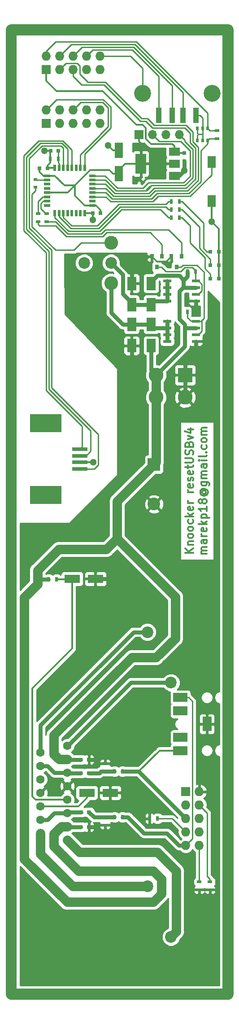
<source format=gbr>
G04 #@! TF.GenerationSoftware,KiCad,Pcbnew,(5.0.0-rc2-dev-311-g1dd4af297)*
G04 #@! TF.CreationDate,2018-05-23T12:25:25+02:00*
G04 #@! TF.ProjectId,resetUSB,72657365745553422E6B696361645F70,1.0*
G04 #@! TF.SameCoordinates,PX6ad8e7cPY2bcdfd4*
G04 #@! TF.FileFunction,Copper,L1,Top,Signal*
G04 #@! TF.FilePolarity,Positive*
%FSLAX46Y46*%
G04 Gerber Fmt 4.6, Leading zero omitted, Abs format (unit mm)*
G04 Created by KiCad (PCBNEW (5.0.0-rc2-dev-311-g1dd4af297)) date 05/23/18 12:25:25*
%MOMM*%
%LPD*%
G01*
G04 APERTURE LIST*
%ADD10C,2.000000*%
%ADD11C,0.150000*%
%ADD12C,0.300000*%
%ADD13R,0.500000X0.900000*%
%ADD14R,1.727200X1.727200*%
%ADD15O,1.727200X1.727200*%
%ADD16C,2.200000*%
%ADD17R,0.800000X0.750000*%
%ADD18R,3.000000X1.600000*%
%ADD19R,1.800000X2.500000*%
%ADD20R,1.550000X0.600000*%
%ADD21R,0.800000X0.900000*%
%ADD22R,2.800000X2.800000*%
%ADD23C,2.800000*%
%ADD24C,2.600000*%
%ADD25R,1.200000X0.600000*%
%ADD26R,0.600000X1.200000*%
%ADD27R,2.700000X1.700000*%
%ADD28R,1.700000X2.700000*%
%ADD29C,3.200000*%
%ADD30R,1.000000X3.000000*%
%ADD31R,2.400000X2.400000*%
%ADD32C,2.400000*%
%ADD33R,0.750000X0.800000*%
%ADD34R,1.600000X3.000000*%
%ADD35R,2.000000X1.500000*%
%ADD36R,2.000000X3.800000*%
%ADD37R,1.600000X2.180000*%
%ADD38C,0.500000*%
%ADD39C,0.100000*%
%ADD40R,0.900000X0.500000*%
%ADD41R,0.700000X0.600000*%
%ADD42R,0.800000X0.800000*%
%ADD43R,3.000000X0.700000*%
%ADD44R,6.040000X3.400000*%
%ADD45O,1.700000X1.700000*%
%ADD46R,1.700000X1.700000*%
%ADD47R,0.510000X0.700000*%
%ADD48C,1.600000*%
%ADD49C,1.300000*%
%ADD50C,0.750000*%
%ADD51C,1.800000*%
%ADD52C,0.250000*%
%ADD53C,0.254000*%
G04 APERTURE END LIST*
D10*
X-1000000Y-181000000D02*
X-1000000Y1000000D01*
X40000000Y-181000000D02*
X-1000000Y-181000000D01*
X40000000Y1000000D02*
X40000000Y-181000000D01*
X-1000000Y1000000D02*
X40000000Y1000000D01*
D11*
X0Y-180000000D02*
X39000000Y-180000000D01*
X39000000Y-180000000D02*
X39000000Y0D01*
X0Y0D02*
X0Y-180000000D01*
X39000000Y0D02*
X0Y0D01*
D12*
X33403571Y-97678571D02*
X31903571Y-97678571D01*
X33403571Y-96821428D02*
X32546428Y-97464285D01*
X31903571Y-96821428D02*
X32760714Y-97678571D01*
X32403571Y-96178571D02*
X33403571Y-96178571D01*
X32546428Y-96178571D02*
X32475000Y-96107142D01*
X32403571Y-95964285D01*
X32403571Y-95750000D01*
X32475000Y-95607142D01*
X32617857Y-95535714D01*
X33403571Y-95535714D01*
X33403571Y-94607142D02*
X33332142Y-94750000D01*
X33260714Y-94821428D01*
X33117857Y-94892857D01*
X32689285Y-94892857D01*
X32546428Y-94821428D01*
X32475000Y-94750000D01*
X32403571Y-94607142D01*
X32403571Y-94392857D01*
X32475000Y-94250000D01*
X32546428Y-94178571D01*
X32689285Y-94107142D01*
X33117857Y-94107142D01*
X33260714Y-94178571D01*
X33332142Y-94250000D01*
X33403571Y-94392857D01*
X33403571Y-94607142D01*
X33403571Y-93250000D02*
X33332142Y-93392857D01*
X33260714Y-93464285D01*
X33117857Y-93535714D01*
X32689285Y-93535714D01*
X32546428Y-93464285D01*
X32475000Y-93392857D01*
X32403571Y-93250000D01*
X32403571Y-93035714D01*
X32475000Y-92892857D01*
X32546428Y-92821428D01*
X32689285Y-92750000D01*
X33117857Y-92750000D01*
X33260714Y-92821428D01*
X33332142Y-92892857D01*
X33403571Y-93035714D01*
X33403571Y-93250000D01*
X33332142Y-91464285D02*
X33403571Y-91607142D01*
X33403571Y-91892857D01*
X33332142Y-92035714D01*
X33260714Y-92107142D01*
X33117857Y-92178571D01*
X32689285Y-92178571D01*
X32546428Y-92107142D01*
X32475000Y-92035714D01*
X32403571Y-91892857D01*
X32403571Y-91607142D01*
X32475000Y-91464285D01*
X33403571Y-90821428D02*
X31903571Y-90821428D01*
X32832142Y-90678571D02*
X33403571Y-90250000D01*
X32403571Y-90250000D02*
X32975000Y-90821428D01*
X33332142Y-89035714D02*
X33403571Y-89178571D01*
X33403571Y-89464285D01*
X33332142Y-89607142D01*
X33189285Y-89678571D01*
X32617857Y-89678571D01*
X32475000Y-89607142D01*
X32403571Y-89464285D01*
X32403571Y-89178571D01*
X32475000Y-89035714D01*
X32617857Y-88964285D01*
X32760714Y-88964285D01*
X32903571Y-89678571D01*
X33403571Y-88321428D02*
X32403571Y-88321428D01*
X32689285Y-88321428D02*
X32546428Y-88250000D01*
X32475000Y-88178571D01*
X32403571Y-88035714D01*
X32403571Y-87892857D01*
X33403571Y-86250000D02*
X32403571Y-86250000D01*
X32689285Y-86250000D02*
X32546428Y-86178571D01*
X32475000Y-86107142D01*
X32403571Y-85964285D01*
X32403571Y-85821428D01*
X33332142Y-84750000D02*
X33403571Y-84892857D01*
X33403571Y-85178571D01*
X33332142Y-85321428D01*
X33189285Y-85392857D01*
X32617857Y-85392857D01*
X32475000Y-85321428D01*
X32403571Y-85178571D01*
X32403571Y-84892857D01*
X32475000Y-84750000D01*
X32617857Y-84678571D01*
X32760714Y-84678571D01*
X32903571Y-85392857D01*
X33332142Y-84107142D02*
X33403571Y-83964285D01*
X33403571Y-83678571D01*
X33332142Y-83535714D01*
X33189285Y-83464285D01*
X33117857Y-83464285D01*
X32975000Y-83535714D01*
X32903571Y-83678571D01*
X32903571Y-83892857D01*
X32832142Y-84035714D01*
X32689285Y-84107142D01*
X32617857Y-84107142D01*
X32475000Y-84035714D01*
X32403571Y-83892857D01*
X32403571Y-83678571D01*
X32475000Y-83535714D01*
X33332142Y-82250000D02*
X33403571Y-82392857D01*
X33403571Y-82678571D01*
X33332142Y-82821428D01*
X33189285Y-82892857D01*
X32617857Y-82892857D01*
X32475000Y-82821428D01*
X32403571Y-82678571D01*
X32403571Y-82392857D01*
X32475000Y-82250000D01*
X32617857Y-82178571D01*
X32760714Y-82178571D01*
X32903571Y-82892857D01*
X32403571Y-81750000D02*
X32403571Y-81178571D01*
X31903571Y-81535714D02*
X33189285Y-81535714D01*
X33332142Y-81464285D01*
X33403571Y-81321428D01*
X33403571Y-81178571D01*
X31903571Y-80678571D02*
X33117857Y-80678571D01*
X33260714Y-80607142D01*
X33332142Y-80535714D01*
X33403571Y-80392857D01*
X33403571Y-80107142D01*
X33332142Y-79964285D01*
X33260714Y-79892857D01*
X33117857Y-79821428D01*
X31903571Y-79821428D01*
X33332142Y-79178571D02*
X33403571Y-78964285D01*
X33403571Y-78607142D01*
X33332142Y-78464285D01*
X33260714Y-78392857D01*
X33117857Y-78321428D01*
X32975000Y-78321428D01*
X32832142Y-78392857D01*
X32760714Y-78464285D01*
X32689285Y-78607142D01*
X32617857Y-78892857D01*
X32546428Y-79035714D01*
X32475000Y-79107142D01*
X32332142Y-79178571D01*
X32189285Y-79178571D01*
X32046428Y-79107142D01*
X31975000Y-79035714D01*
X31903571Y-78892857D01*
X31903571Y-78535714D01*
X31975000Y-78321428D01*
X32617857Y-77178571D02*
X32689285Y-76964285D01*
X32760714Y-76892857D01*
X32903571Y-76821428D01*
X33117857Y-76821428D01*
X33260714Y-76892857D01*
X33332142Y-76964285D01*
X33403571Y-77107142D01*
X33403571Y-77678571D01*
X31903571Y-77678571D01*
X31903571Y-77178571D01*
X31975000Y-77035714D01*
X32046428Y-76964285D01*
X32189285Y-76892857D01*
X32332142Y-76892857D01*
X32475000Y-76964285D01*
X32546428Y-77035714D01*
X32617857Y-77178571D01*
X32617857Y-77678571D01*
X32403571Y-76321428D02*
X33403571Y-75964285D01*
X32403571Y-75607142D01*
X32403571Y-74392857D02*
X33403571Y-74392857D01*
X31832142Y-74750000D02*
X32903571Y-75107142D01*
X32903571Y-74178571D01*
X35953571Y-97892857D02*
X34953571Y-97892857D01*
X35096428Y-97892857D02*
X35025000Y-97821428D01*
X34953571Y-97678571D01*
X34953571Y-97464285D01*
X35025000Y-97321428D01*
X35167857Y-97250000D01*
X35953571Y-97250000D01*
X35167857Y-97250000D02*
X35025000Y-97178571D01*
X34953571Y-97035714D01*
X34953571Y-96821428D01*
X35025000Y-96678571D01*
X35167857Y-96607142D01*
X35953571Y-96607142D01*
X35953571Y-95250000D02*
X35167857Y-95250000D01*
X35025000Y-95321428D01*
X34953571Y-95464285D01*
X34953571Y-95750000D01*
X35025000Y-95892857D01*
X35882142Y-95250000D02*
X35953571Y-95392857D01*
X35953571Y-95750000D01*
X35882142Y-95892857D01*
X35739285Y-95964285D01*
X35596428Y-95964285D01*
X35453571Y-95892857D01*
X35382142Y-95750000D01*
X35382142Y-95392857D01*
X35310714Y-95250000D01*
X35953571Y-94535714D02*
X34953571Y-94535714D01*
X35239285Y-94535714D02*
X35096428Y-94464285D01*
X35025000Y-94392857D01*
X34953571Y-94250000D01*
X34953571Y-94107142D01*
X35882142Y-93035714D02*
X35953571Y-93178571D01*
X35953571Y-93464285D01*
X35882142Y-93607142D01*
X35739285Y-93678571D01*
X35167857Y-93678571D01*
X35025000Y-93607142D01*
X34953571Y-93464285D01*
X34953571Y-93178571D01*
X35025000Y-93035714D01*
X35167857Y-92964285D01*
X35310714Y-92964285D01*
X35453571Y-93678571D01*
X35953571Y-92321428D02*
X34453571Y-92321428D01*
X35382142Y-92178571D02*
X35953571Y-91750000D01*
X34953571Y-91750000D02*
X35525000Y-92321428D01*
X34953571Y-91107142D02*
X36453571Y-91107142D01*
X35025000Y-91107142D02*
X34953571Y-90964285D01*
X34953571Y-90678571D01*
X35025000Y-90535714D01*
X35096428Y-90464285D01*
X35239285Y-90392857D01*
X35667857Y-90392857D01*
X35810714Y-90464285D01*
X35882142Y-90535714D01*
X35953571Y-90678571D01*
X35953571Y-90964285D01*
X35882142Y-91107142D01*
X35953571Y-88964285D02*
X35953571Y-89821428D01*
X35953571Y-89392857D02*
X34453571Y-89392857D01*
X34667857Y-89535714D01*
X34810714Y-89678571D01*
X34882142Y-89821428D01*
X35096428Y-88107142D02*
X35025000Y-88250000D01*
X34953571Y-88321428D01*
X34810714Y-88392857D01*
X34739285Y-88392857D01*
X34596428Y-88321428D01*
X34525000Y-88250000D01*
X34453571Y-88107142D01*
X34453571Y-87821428D01*
X34525000Y-87678571D01*
X34596428Y-87607142D01*
X34739285Y-87535714D01*
X34810714Y-87535714D01*
X34953571Y-87607142D01*
X35025000Y-87678571D01*
X35096428Y-87821428D01*
X35096428Y-88107142D01*
X35167857Y-88250000D01*
X35239285Y-88321428D01*
X35382142Y-88392857D01*
X35667857Y-88392857D01*
X35810714Y-88321428D01*
X35882142Y-88250000D01*
X35953571Y-88107142D01*
X35953571Y-87821428D01*
X35882142Y-87678571D01*
X35810714Y-87607142D01*
X35667857Y-87535714D01*
X35382142Y-87535714D01*
X35239285Y-87607142D01*
X35167857Y-87678571D01*
X35096428Y-87821428D01*
X35239285Y-85964285D02*
X35167857Y-86035714D01*
X35096428Y-86178571D01*
X35096428Y-86321428D01*
X35167857Y-86464285D01*
X35239285Y-86535714D01*
X35382142Y-86607142D01*
X35525000Y-86607142D01*
X35667857Y-86535714D01*
X35739285Y-86464285D01*
X35810714Y-86321428D01*
X35810714Y-86178571D01*
X35739285Y-86035714D01*
X35667857Y-85964285D01*
X35096428Y-85964285D02*
X35667857Y-85964285D01*
X35739285Y-85892857D01*
X35739285Y-85821428D01*
X35667857Y-85678571D01*
X35525000Y-85607142D01*
X35167857Y-85607142D01*
X34953571Y-85750000D01*
X34810714Y-85964285D01*
X34739285Y-86250000D01*
X34810714Y-86535714D01*
X34953571Y-86750000D01*
X35167857Y-86892857D01*
X35453571Y-86964285D01*
X35739285Y-86892857D01*
X35953571Y-86750000D01*
X36096428Y-86535714D01*
X36167857Y-86250000D01*
X36096428Y-85964285D01*
X35953571Y-85750000D01*
X34953571Y-84321428D02*
X36167857Y-84321428D01*
X36310714Y-84392857D01*
X36382142Y-84464285D01*
X36453571Y-84607142D01*
X36453571Y-84821428D01*
X36382142Y-84964285D01*
X35882142Y-84321428D02*
X35953571Y-84464285D01*
X35953571Y-84750000D01*
X35882142Y-84892857D01*
X35810714Y-84964285D01*
X35667857Y-85035714D01*
X35239285Y-85035714D01*
X35096428Y-84964285D01*
X35025000Y-84892857D01*
X34953571Y-84750000D01*
X34953571Y-84464285D01*
X35025000Y-84321428D01*
X35953571Y-83607142D02*
X34953571Y-83607142D01*
X35096428Y-83607142D02*
X35025000Y-83535714D01*
X34953571Y-83392857D01*
X34953571Y-83178571D01*
X35025000Y-83035714D01*
X35167857Y-82964285D01*
X35953571Y-82964285D01*
X35167857Y-82964285D02*
X35025000Y-82892857D01*
X34953571Y-82750000D01*
X34953571Y-82535714D01*
X35025000Y-82392857D01*
X35167857Y-82321428D01*
X35953571Y-82321428D01*
X35953571Y-80964285D02*
X35167857Y-80964285D01*
X35025000Y-81035714D01*
X34953571Y-81178571D01*
X34953571Y-81464285D01*
X35025000Y-81607142D01*
X35882142Y-80964285D02*
X35953571Y-81107142D01*
X35953571Y-81464285D01*
X35882142Y-81607142D01*
X35739285Y-81678571D01*
X35596428Y-81678571D01*
X35453571Y-81607142D01*
X35382142Y-81464285D01*
X35382142Y-81107142D01*
X35310714Y-80964285D01*
X35953571Y-80250000D02*
X34953571Y-80250000D01*
X34453571Y-80250000D02*
X34525000Y-80321428D01*
X34596428Y-80250000D01*
X34525000Y-80178571D01*
X34453571Y-80250000D01*
X34596428Y-80250000D01*
X35953571Y-79321428D02*
X35882142Y-79464285D01*
X35739285Y-79535714D01*
X34453571Y-79535714D01*
X35810714Y-78750000D02*
X35882142Y-78678571D01*
X35953571Y-78750000D01*
X35882142Y-78821428D01*
X35810714Y-78750000D01*
X35953571Y-78750000D01*
X35882142Y-77392857D02*
X35953571Y-77535714D01*
X35953571Y-77821428D01*
X35882142Y-77964285D01*
X35810714Y-78035714D01*
X35667857Y-78107142D01*
X35239285Y-78107142D01*
X35096428Y-78035714D01*
X35025000Y-77964285D01*
X34953571Y-77821428D01*
X34953571Y-77535714D01*
X35025000Y-77392857D01*
X35953571Y-76535714D02*
X35882142Y-76678571D01*
X35810714Y-76750000D01*
X35667857Y-76821428D01*
X35239285Y-76821428D01*
X35096428Y-76750000D01*
X35025000Y-76678571D01*
X34953571Y-76535714D01*
X34953571Y-76321428D01*
X35025000Y-76178571D01*
X35096428Y-76107142D01*
X35239285Y-76035714D01*
X35667857Y-76035714D01*
X35810714Y-76107142D01*
X35882142Y-76178571D01*
X35953571Y-76321428D01*
X35953571Y-76535714D01*
X35953571Y-75392857D02*
X34953571Y-75392857D01*
X35096428Y-75392857D02*
X35025000Y-75321428D01*
X34953571Y-75178571D01*
X34953571Y-74964285D01*
X35025000Y-74821428D01*
X35167857Y-74750000D01*
X35953571Y-74750000D01*
X35167857Y-74750000D02*
X35025000Y-74678571D01*
X34953571Y-74535714D01*
X34953571Y-74321428D01*
X35025000Y-74178571D01*
X35167857Y-74107142D01*
X35953571Y-74107142D01*
D13*
X20054000Y-147574000D03*
X18554000Y-147574000D03*
D14*
X32004000Y-142748000D03*
D15*
X34544000Y-142748000D03*
X32004000Y-145288000D03*
X34544000Y-145288000D03*
X32004000Y-147828000D03*
X34544000Y-147828000D03*
X32004000Y-150368000D03*
X34544000Y-150368000D03*
X32004000Y-152908000D03*
X34544000Y-152908000D03*
D16*
X29210000Y-122180000D03*
X24770000Y-112650000D03*
D17*
X12204000Y-139258000D03*
X13704000Y-139258000D03*
X13716000Y-146624000D03*
X12216000Y-146624000D03*
D18*
X13334000Y-142964000D03*
X17734000Y-142964000D03*
D19*
X21775500Y-46863700D03*
X21775500Y-50863700D03*
X21775500Y-58610700D03*
X21775500Y-54610700D03*
X25458500Y-58610700D03*
X25458500Y-54610700D03*
D20*
X33886200Y-57787100D03*
X33886200Y-56517100D03*
X33886200Y-55247100D03*
X33886200Y-53977100D03*
X28486200Y-53977100D03*
X28486200Y-55247100D03*
X28486200Y-56517100D03*
X28486200Y-57787100D03*
D21*
X26566000Y-43769500D03*
X25616000Y-41769500D03*
X27516000Y-41769500D03*
D19*
X25458500Y-46863700D03*
X25458500Y-50863700D03*
D21*
X30249000Y-43769500D03*
X29299000Y-41769500D03*
X31199000Y-41769500D03*
D13*
X30772800Y-31419800D03*
X29272800Y-31419800D03*
D20*
X33886200Y-50167100D03*
X33886200Y-48897100D03*
X33886200Y-47627100D03*
X33886200Y-46357100D03*
X28486200Y-46357100D03*
X28486200Y-47627100D03*
X28486200Y-48897100D03*
X28486200Y-50167100D03*
D22*
X31864000Y-64161000D03*
D23*
X31864000Y-68361000D03*
X26364000Y-64161000D03*
X26364000Y-68361000D03*
D16*
X12810000Y-43000000D03*
X17890000Y-43000000D03*
D24*
X17890000Y-46810000D03*
X17890000Y-39190000D03*
D25*
X5842772Y-26541143D03*
X5842772Y-27341143D03*
X5842772Y-28141143D03*
X5842772Y-28941143D03*
X5842772Y-29741143D03*
X5842772Y-30541143D03*
X5842772Y-31341143D03*
X5842772Y-32141143D03*
D26*
X7292772Y-33591143D03*
X8092772Y-33591143D03*
X8892772Y-33591143D03*
X9692772Y-33591143D03*
X10492772Y-33591143D03*
X11292772Y-33591143D03*
X12092772Y-33591143D03*
X12892772Y-33591143D03*
D25*
X14342772Y-32141143D03*
X14342772Y-31341143D03*
X14342772Y-30541143D03*
X14342772Y-29741143D03*
X14342772Y-28941143D03*
X14342772Y-28141143D03*
X14342772Y-27341143D03*
X14342772Y-26541143D03*
D26*
X12892772Y-25091143D03*
X12092772Y-25091143D03*
X11292772Y-25091143D03*
X10492772Y-25091143D03*
X9692772Y-25091143D03*
X8892772Y-25091143D03*
X8092772Y-25091143D03*
X7292772Y-25091143D03*
D13*
X18554000Y-138938000D03*
X20054000Y-138938000D03*
X7937876Y-23392702D03*
X6437876Y-23392702D03*
D17*
X4403631Y-25120423D03*
X5903631Y-25120423D03*
X7949876Y-21868702D03*
X6449876Y-21868702D03*
D27*
X31000000Y-135000000D03*
X31000000Y-125000000D03*
X31000000Y-132500000D03*
X31000000Y-127500000D03*
D28*
X36000000Y-130000000D03*
D29*
X37000000Y-10973000D03*
X23860000Y-10973000D03*
D30*
X29430000Y-15183000D03*
X26930000Y-15183000D03*
X31430000Y-15183000D03*
X33930000Y-15183000D03*
D17*
X13704000Y-136718000D03*
X12204000Y-136718000D03*
D31*
X26000000Y-81000000D03*
D32*
X26000000Y-88500000D03*
D16*
X24770000Y-160650000D03*
X29210000Y-170180000D03*
D33*
X31748859Y-22257541D03*
X31748859Y-23757541D03*
D34*
X19380800Y-21742600D03*
X19380800Y-26142600D03*
D35*
X29818859Y-26577541D03*
X29818859Y-21977541D03*
X29818859Y-24277541D03*
D36*
X23518859Y-24277541D03*
D37*
X36856000Y-23951000D03*
X36856000Y-31351000D03*
D17*
X15922627Y-33580956D03*
X14422627Y-33580956D03*
D38*
X23879670Y-27882670D03*
D39*
G36*
X24374645Y-27741249D02*
X23738249Y-28377645D01*
X23384695Y-28024091D01*
X24021091Y-27387695D01*
X24374645Y-27741249D01*
X24374645Y-27741249D01*
G37*
D38*
X24940330Y-28943330D03*
D39*
G36*
X25435305Y-28801909D02*
X24798909Y-29438305D01*
X24445355Y-29084751D01*
X25081751Y-28448355D01*
X25435305Y-28801909D01*
X25435305Y-28801909D01*
G37*
D40*
X16764000Y-137426000D03*
X16764000Y-138926000D03*
D41*
X3596000Y-28691000D03*
X3596000Y-27291000D03*
D42*
X38246500Y-45966000D03*
X36646500Y-45966000D03*
X38246500Y-43426000D03*
X36646500Y-43426000D03*
X38246500Y-40886000D03*
X36646500Y-40886000D03*
D43*
X12000000Y-81875000D03*
X12000000Y-78125000D03*
X12000000Y-80625000D03*
X12000000Y-79375000D03*
D44*
X5580000Y-86800000D03*
X5580000Y-73200000D03*
D40*
X37872000Y-19511000D03*
X37872000Y-18011000D03*
D14*
X5614000Y-6529000D03*
D15*
X5614000Y-3989000D03*
X8154000Y-6529000D03*
X8154000Y-3989000D03*
X10694000Y-6529000D03*
X10694000Y-3989000D03*
X13234000Y-6529000D03*
X13234000Y-3989000D03*
X15774000Y-6529000D03*
X15774000Y-3989000D03*
X15774000Y-14149000D03*
X15774000Y-16689000D03*
X13234000Y-14149000D03*
X13234000Y-16689000D03*
X10694000Y-14149000D03*
X10694000Y-16689000D03*
X8154000Y-14149000D03*
X8154000Y-16689000D03*
X5614000Y-14149000D03*
D14*
X5614000Y-16689000D03*
D45*
X30760000Y-18761000D03*
X28220000Y-18761000D03*
X25680000Y-18761000D03*
D46*
X23140000Y-18761000D03*
D47*
X34216900Y-17564300D03*
X35166900Y-17564300D03*
X36116900Y-17564300D03*
X36116900Y-19884300D03*
X35166900Y-19884300D03*
X34216900Y-19884300D03*
D18*
X14940000Y-102606000D03*
X10540000Y-102606000D03*
D13*
X30772800Y-32943800D03*
X29272800Y-32943800D03*
D48*
X4550000Y-143000000D03*
X4550000Y-145540000D03*
X4550000Y-148080000D03*
X4550000Y-150620000D03*
X4550000Y-140460000D03*
X4550000Y-137920000D03*
X4550000Y-135380000D03*
X9630000Y-151890000D03*
X9630000Y-149350000D03*
X9630000Y-146810000D03*
X9630000Y-144270000D03*
X9630000Y-141730000D03*
X9630000Y-139190000D03*
X9630000Y-136650000D03*
X9630000Y-134110000D03*
D17*
X13704000Y-149418000D03*
X12204000Y-149418000D03*
D13*
X30762000Y-34468000D03*
X29262000Y-34468000D03*
X26658000Y-147828000D03*
X25158000Y-147828000D03*
X6108000Y-102692200D03*
X7608000Y-102692200D03*
D40*
X36576000Y-159778000D03*
X36576000Y-161278000D03*
X34544000Y-159778000D03*
X34544000Y-161278000D03*
X16764000Y-147586000D03*
X16764000Y-149086000D03*
D13*
X32320800Y-44627800D03*
X33820800Y-44627800D03*
X32296800Y-52197000D03*
X30796800Y-52197000D03*
D40*
X4114800Y-33717800D03*
X4114800Y-35217800D03*
X5765800Y-33717800D03*
X5765800Y-35217800D03*
D49*
X14518000Y-80618000D03*
X36870000Y-35230000D03*
X5293802Y-21854010D03*
X17348800Y-20853600D03*
X31748859Y-25547541D03*
X14454207Y-34838191D03*
X33840500Y-52046700D03*
X15240000Y-136718000D03*
X15240000Y-149418000D03*
X21704000Y-44730000D03*
X21884000Y-60884000D03*
X24170000Y-42723000D03*
X17566000Y-102606000D03*
D12*
X14511000Y-80625000D02*
X14518000Y-80618000D01*
X12000000Y-80625000D02*
X14511000Y-80625000D01*
X36856000Y-31351000D02*
X36856000Y-35216000D01*
X36856000Y-35216000D02*
X36870000Y-35230000D01*
X38246500Y-36606500D02*
X36870000Y-35230000D01*
X38246500Y-40186000D02*
X38246500Y-36606500D01*
X5308494Y-21868702D02*
X5293802Y-21854010D01*
X6449876Y-21868702D02*
X5308494Y-21868702D01*
X5903631Y-24667369D02*
X6437876Y-24133124D01*
X5903631Y-25120423D02*
X5903631Y-24667369D01*
X6437876Y-24133124D02*
X6437876Y-23392702D01*
X5903631Y-25120423D02*
X5932911Y-25091143D01*
X5932911Y-25091143D02*
X7292772Y-25091143D01*
X12892772Y-33591144D02*
X12902960Y-33580956D01*
X12902960Y-33580956D02*
X14422628Y-33580956D01*
X6437876Y-21880702D02*
X6449876Y-21868702D01*
X6437877Y-23392702D02*
X6437876Y-21880702D01*
X23869008Y-16950008D02*
X24410000Y-17491000D01*
X22654008Y-16950008D02*
X23869008Y-16950008D01*
X16296000Y-10592000D02*
X22654008Y-16950008D01*
X7592000Y-10592000D02*
X16296000Y-10592000D01*
X5614000Y-6529000D02*
X5614000Y-8614000D01*
X5614000Y-8614000D02*
X7592000Y-10592000D01*
X24410000Y-19523000D02*
X25426000Y-20539000D01*
X24410000Y-17491000D02*
X24410000Y-19523000D01*
X25426000Y-20539000D02*
X29430318Y-20539000D01*
X29430318Y-20539000D02*
X29818859Y-20927541D01*
X29818859Y-20927541D02*
X29818859Y-21977541D01*
X12892772Y-32141143D02*
X14342772Y-32141143D01*
X14342772Y-32141143D02*
X15048034Y-32141143D01*
X11080600Y-30328972D02*
X12892772Y-32141143D01*
X11080600Y-28353315D02*
X11080600Y-30328972D01*
X15048034Y-32141143D02*
X15922627Y-33015737D01*
X15922627Y-33015737D02*
X15922627Y-33580956D01*
X18280800Y-26142600D02*
X17589200Y-25451000D01*
X19380800Y-26142600D02*
X18280800Y-26142600D01*
X17589200Y-25451000D02*
X13982916Y-25451000D01*
X13982916Y-25451000D02*
X12248034Y-27185882D01*
X5137511Y-26541143D02*
X4403632Y-25807264D01*
X5842772Y-26541143D02*
X5137511Y-26541143D01*
X4403632Y-25807264D02*
X4403632Y-25120423D01*
X9104944Y-28353315D02*
X7292772Y-26541143D01*
X11080600Y-28353315D02*
X9104944Y-28353315D01*
X7292772Y-26541143D02*
X5842772Y-26541143D01*
X12248034Y-27185882D02*
X11080600Y-28353315D01*
X12248034Y-27185882D02*
X9692772Y-29741144D01*
X9692772Y-29741144D02*
X5842772Y-29741144D01*
X19471000Y-26340000D02*
X19344000Y-26213000D01*
X19344000Y-26213000D02*
X19380800Y-26176200D01*
X19380800Y-26176200D02*
X19380800Y-26142600D01*
D50*
X32303500Y-45511500D02*
X32320800Y-45494200D01*
X32320800Y-45494200D02*
X32320800Y-44627800D01*
D51*
X25908000Y-157734000D02*
X27432000Y-159258000D01*
X11734000Y-157734000D02*
X25908000Y-157734000D01*
X7112000Y-153112000D02*
X11734000Y-157734000D01*
X1524000Y-106085998D02*
X4000000Y-103609998D01*
X7112000Y-150736630D02*
X7112000Y-153112000D01*
X9630000Y-149350000D02*
X8498630Y-149350000D01*
X27432000Y-159258000D02*
X27432000Y-162052000D01*
X8498630Y-149350000D02*
X7112000Y-150736630D01*
X27432000Y-162052000D02*
X25908000Y-163576000D01*
X25908000Y-163576000D02*
X9586000Y-163576000D01*
X9586000Y-163576000D02*
X1524000Y-155514000D01*
X1524000Y-155514000D02*
X1524000Y-106085998D01*
X4000000Y-103609998D02*
X4000000Y-102682000D01*
X26364000Y-68361000D02*
X26364000Y-80636000D01*
X26364000Y-80636000D02*
X26000000Y-81000000D01*
X19000000Y-88000000D02*
X19000000Y-91000000D01*
X26000000Y-81000000D02*
X19000000Y-88000000D01*
X19000000Y-91000000D02*
X19000000Y-95000000D01*
X17000000Y-97000000D02*
X19000000Y-95000000D01*
X8000000Y-97000000D02*
X17000000Y-97000000D01*
X4000000Y-101000000D02*
X8000000Y-97000000D01*
X4000000Y-102682000D02*
X4000000Y-101000000D01*
X30000000Y-113830000D02*
X30000000Y-107000000D01*
X30000000Y-106000000D02*
X30000000Y-107000000D01*
X19000000Y-95000000D02*
X30000000Y-106000000D01*
D50*
X6108000Y-102682000D02*
X4000000Y-102682000D01*
X31808500Y-58716500D02*
X31808500Y-55221700D01*
X31808500Y-54586700D02*
X30804500Y-53582700D01*
X31808500Y-55221700D02*
X31808500Y-54586700D01*
X32087900Y-55247100D02*
X33886200Y-55247100D01*
X32087900Y-55247100D02*
X31833900Y-55247100D01*
X31833900Y-55247100D02*
X31808500Y-55221700D01*
X26364000Y-64161000D02*
X31808500Y-58716500D01*
X30804500Y-53582700D02*
X30804500Y-52199100D01*
X30804500Y-48351700D02*
X30804500Y-52199100D01*
D51*
X26416000Y-117414000D02*
X30000000Y-113830000D01*
X7112000Y-132110000D02*
X21808000Y-117414000D01*
X21808000Y-117414000D02*
X26416000Y-117414000D01*
X7112000Y-135702000D02*
X7112000Y-132110000D01*
X9630000Y-136650000D02*
X8060000Y-136650000D01*
X8060000Y-136650000D02*
X7112000Y-135702000D01*
D50*
X12204000Y-149418000D02*
X9698000Y-149418000D01*
X9698000Y-149418000D02*
X9630000Y-149350000D01*
X12204000Y-136718000D02*
X9698000Y-136718000D01*
X9698000Y-136718000D02*
X9630000Y-136650000D01*
X25458500Y-46563500D02*
X25458500Y-46863700D01*
X30774000Y-45390000D02*
X26632000Y-45390000D01*
X26632000Y-45390000D02*
X25458500Y-46563500D01*
X31566500Y-47589700D02*
X31566500Y-46182500D01*
X31566500Y-46182500D02*
X30774000Y-45390000D01*
X31632500Y-46182500D02*
X31566500Y-46182500D01*
X32310000Y-45505000D02*
X32303500Y-45511500D01*
X32303500Y-45511500D02*
X31632500Y-46182500D01*
X31603900Y-47627100D02*
X33886200Y-47627100D01*
X31566500Y-47589700D02*
X31603900Y-47627100D01*
X31566500Y-47589700D02*
X30804500Y-48351700D01*
X25458500Y-63255500D02*
X26364000Y-64161000D01*
X25458500Y-58610700D02*
X25458500Y-63255500D01*
D51*
X26364000Y-64161000D02*
X26364000Y-68361000D01*
D52*
X2453000Y-36373000D02*
X6644000Y-40564000D01*
X2453000Y-23292000D02*
X2453000Y-36373000D01*
X14704002Y-81875000D02*
X12000000Y-81875000D01*
X4866000Y-20879000D02*
X2453000Y-23292000D01*
X8892772Y-21349772D02*
X8422000Y-20879000D01*
X8422000Y-20879000D02*
X4866000Y-20879000D01*
X8892772Y-25091143D02*
X8892772Y-21349772D01*
X6644000Y-40564000D02*
X6644000Y-66510000D01*
X6644000Y-66510000D02*
X15493001Y-75359001D01*
X15493001Y-75359001D02*
X15493001Y-81086001D01*
X15493001Y-81086001D02*
X14704002Y-81875000D01*
X1437000Y-36881000D02*
X5628000Y-41072000D01*
X1437000Y-22784000D02*
X1437000Y-36881000D01*
X4242022Y-19978978D02*
X1437000Y-22784000D01*
X8794800Y-19978978D02*
X4242022Y-19978978D01*
X10492772Y-21676950D02*
X8794800Y-19978978D01*
X10492772Y-25091143D02*
X10492772Y-21676950D01*
X5628000Y-67018000D02*
X12446000Y-73836000D01*
X5628000Y-41072000D02*
X5628000Y-67018000D01*
X12446000Y-73836000D02*
X12446000Y-77679000D01*
X12446000Y-77679000D02*
X12000000Y-78125000D01*
X12000000Y-79375000D02*
X13150000Y-79375000D01*
X6136000Y-66764000D02*
X6136000Y-40818000D01*
X6136000Y-40818000D02*
X1945000Y-36627000D01*
X14010000Y-74638000D02*
X6136000Y-66764000D01*
X14010000Y-78515000D02*
X14010000Y-74638000D01*
X13150000Y-79375000D02*
X14010000Y-78515000D01*
X1945000Y-36627000D02*
X1945000Y-23038000D01*
X1945000Y-23038000D02*
X4554011Y-20428989D01*
X4554011Y-20428989D02*
X8608400Y-20428989D01*
X8608400Y-20428989D02*
X9692772Y-21513361D01*
X9692772Y-21513361D02*
X9692772Y-25091143D01*
D50*
X31864000Y-68361000D02*
X31864000Y-64161000D01*
X18554000Y-147574000D02*
X18542000Y-147586000D01*
X18542000Y-147586000D02*
X16764000Y-147586000D01*
X13716000Y-146624000D02*
X14678000Y-147586000D01*
X14678000Y-147586000D02*
X16764000Y-147586000D01*
D51*
X11918000Y-154178000D02*
X26670000Y-154178000D01*
X9630000Y-151890000D02*
X11918000Y-154178000D01*
X26670000Y-154178000D02*
X30226000Y-157734000D01*
X30226000Y-157734000D02*
X30226000Y-169164000D01*
X30226000Y-169164000D02*
X29210000Y-170180000D01*
D50*
X16764000Y-138926000D02*
X18542000Y-138926000D01*
X18542000Y-138926000D02*
X18554000Y-138938000D01*
X15682000Y-139258000D02*
X16014000Y-138926000D01*
X16014000Y-138926000D02*
X16764000Y-138926000D01*
X13704000Y-139258000D02*
X15682000Y-139258000D01*
X28486200Y-48897100D02*
X28486200Y-47627100D01*
X21775500Y-50513700D02*
X20106000Y-48844200D01*
X21775500Y-50863700D02*
X21775500Y-50513700D01*
X20106000Y-48844200D02*
X20106000Y-45216000D01*
X20106000Y-45216000D02*
X17890000Y-43000000D01*
X21775500Y-50863700D02*
X25458500Y-50863700D01*
X28486200Y-50167100D02*
X26155100Y-50167100D01*
X25458500Y-50863700D02*
X25476300Y-50863700D01*
X28486200Y-47627100D02*
X28486200Y-46357100D01*
X26155100Y-50167100D02*
X25458500Y-50863700D01*
X28486200Y-50167100D02*
X28486200Y-48897100D01*
X28486200Y-55247100D02*
X26094900Y-55247100D01*
X26094900Y-55247100D02*
X25458500Y-54610700D01*
X21775500Y-54610700D02*
X20125500Y-54610700D01*
X20125500Y-54610700D02*
X17890000Y-52375200D01*
X17890000Y-52375200D02*
X17890000Y-48648477D01*
X17890000Y-48648477D02*
X17890000Y-46810000D01*
X28486200Y-56263100D02*
X28486200Y-56898100D01*
X28486200Y-56898100D02*
X28486200Y-57533100D01*
X28486200Y-55247100D02*
X28486200Y-53977100D01*
X28486200Y-54993100D02*
X28486200Y-56263100D01*
X21775500Y-54610700D02*
X25458500Y-54610700D01*
D52*
X2961000Y-30023000D02*
X3596000Y-29388000D01*
X2961000Y-36119000D02*
X2961000Y-30023000D01*
X7406000Y-40564000D02*
X2961000Y-36119000D01*
X10881000Y-40564000D02*
X7406000Y-40564000D01*
X17890000Y-39190000D02*
X12255000Y-39190000D01*
X12255000Y-39190000D02*
X10881000Y-40564000D01*
X3596000Y-29388000D02*
X3596000Y-28691000D01*
X32781991Y-35967991D02*
X31282000Y-34468000D01*
X32781991Y-39202991D02*
X32781991Y-35967991D01*
X35600000Y-42021000D02*
X32781991Y-39202991D01*
X35600000Y-44053000D02*
X35600000Y-42021000D01*
X36646500Y-45099500D02*
X35600000Y-44053000D01*
X36646500Y-45966000D02*
X36646500Y-45099500D01*
X31282000Y-34468000D02*
X30762000Y-34468000D01*
X36646500Y-42305500D02*
X34584000Y-40243000D01*
X36646500Y-43426000D02*
X36646500Y-42305500D01*
X34584000Y-40243000D02*
X34584000Y-36266000D01*
X34584000Y-36266000D02*
X31262000Y-32944000D01*
X31262000Y-32944000D02*
X30762000Y-32944000D01*
X31282000Y-31420000D02*
X35346000Y-35484000D01*
X30762000Y-31420000D02*
X31282000Y-31420000D01*
X35346000Y-35484000D02*
X35346000Y-40235500D01*
X35346000Y-40235500D02*
X35996500Y-40886000D01*
X35996500Y-40886000D02*
X36646500Y-40886000D01*
X24495660Y-29388000D02*
X18836000Y-29388000D01*
X24940330Y-28943330D02*
X24495660Y-29388000D01*
X18836000Y-29388000D02*
X16789143Y-27341143D01*
X16789143Y-27341143D02*
X15192772Y-27341143D01*
X15192772Y-27341143D02*
X14342772Y-27341143D01*
X31776000Y-20031000D02*
X31776000Y-19777000D01*
X33300000Y-21555000D02*
X31776000Y-20031000D01*
X33300000Y-26889000D02*
X33300000Y-21555000D01*
X25511660Y-28372000D02*
X31817000Y-28372000D01*
X31817000Y-28372000D02*
X33300000Y-26889000D01*
X24940330Y-28943330D02*
X25511660Y-28372000D01*
X31776000Y-19777000D02*
X30760000Y-18761000D01*
X18582000Y-29896000D02*
X16827143Y-28141143D01*
X26075000Y-28880000D02*
X25059000Y-29896000D01*
X23394000Y-16221000D02*
X24410000Y-16221000D01*
X32071000Y-28880000D02*
X26075000Y-28880000D01*
X33808000Y-27143000D02*
X32071000Y-28880000D01*
X33808000Y-21301000D02*
X33808000Y-27143000D01*
X24410000Y-16221000D02*
X25680000Y-17491000D01*
X25059000Y-29896000D02*
X18582000Y-29896000D01*
X32792000Y-20285000D02*
X33808000Y-21301000D01*
X25680000Y-17491000D02*
X31775002Y-17491000D01*
X10694000Y-7750314D02*
X12306686Y-9363000D01*
X10694000Y-6529000D02*
X10694000Y-7750314D01*
X31775002Y-17491000D02*
X32792000Y-18507998D01*
X12306686Y-9363000D02*
X16536000Y-9363000D01*
X16827143Y-28141143D02*
X15192772Y-28141143D01*
X32792000Y-18507998D02*
X32792000Y-20285000D01*
X16536000Y-9363000D02*
X23394000Y-16221000D01*
X15192772Y-28141143D02*
X14342772Y-28141143D01*
X32325000Y-29388000D02*
X26203411Y-29388000D01*
X34316000Y-27397000D02*
X32325000Y-29388000D01*
X33300000Y-20156590D02*
X34316000Y-21172590D01*
X11964000Y-5807000D02*
X11964000Y-7331000D01*
X33300000Y-18253000D02*
X33300000Y-20156590D01*
X26087412Y-17008001D02*
X32055001Y-17008001D01*
X16790000Y-8855000D02*
X23648000Y-15713000D01*
X34316000Y-21172590D02*
X34316000Y-27397000D01*
X32055001Y-17008001D02*
X33300000Y-18253000D01*
X24792411Y-15713000D02*
X26087412Y-17008001D01*
X9384000Y-5299000D02*
X11456000Y-5299000D01*
X8154000Y-6529000D02*
X9384000Y-5299000D01*
X23648000Y-15713000D02*
X24792411Y-15713000D01*
X11964000Y-7331000D02*
X13488000Y-8855000D01*
X11456000Y-5299000D02*
X11964000Y-5807000D01*
X13488000Y-8855000D02*
X16790000Y-8855000D01*
X26203411Y-29388000D02*
X25187411Y-30404000D01*
X25187411Y-30404000D02*
X18328000Y-30404000D01*
X18328000Y-30404000D02*
X16865143Y-28941143D01*
X16865143Y-28941143D02*
X15192772Y-28941143D01*
X15192772Y-28941143D02*
X14342772Y-28941143D01*
X9438000Y-38024000D02*
X7406000Y-35992000D01*
X16296000Y-38024000D02*
X9438000Y-38024000D01*
X17058000Y-37262000D02*
X16296000Y-38024000D01*
X27516000Y-39516000D02*
X25262000Y-37262000D01*
X25262000Y-37262000D02*
X17058000Y-37262000D01*
X27516000Y-41769500D02*
X27516000Y-39516000D01*
X7406000Y-35992000D02*
X4358000Y-35992000D01*
X4358000Y-35992000D02*
X4104000Y-35738000D01*
X4104000Y-35738000D02*
X4104000Y-35218000D01*
X33810000Y-46280900D02*
X33886200Y-46357100D01*
X33810000Y-44628000D02*
X33810000Y-46280900D01*
X34361200Y-46357100D02*
X33886200Y-46357100D01*
X34361200Y-48897100D02*
X34986201Y-48272099D01*
X34986201Y-47627100D02*
X34986201Y-46982101D01*
X34986201Y-46982101D02*
X34361200Y-46357100D01*
X33886200Y-48897100D02*
X34361200Y-48897100D01*
X34986201Y-48272099D02*
X34986201Y-47627100D01*
X31028000Y-44628000D02*
X28234000Y-44628000D01*
X28234000Y-44628000D02*
X27375500Y-43769500D01*
X33810000Y-44628000D02*
X33810000Y-44428000D01*
X33234999Y-43852999D02*
X31803001Y-43852999D01*
X31803001Y-43852999D02*
X31028000Y-44628000D01*
X33810000Y-44428000D02*
X33234999Y-43852999D01*
X27375500Y-43769500D02*
X26566000Y-43769500D01*
X31124500Y-43769500D02*
X31491011Y-43402989D01*
X30249000Y-43769500D02*
X31124500Y-43769500D01*
X31491011Y-43402989D02*
X34120989Y-43402989D01*
X34120989Y-43402989D02*
X35436211Y-44718211D01*
X35436211Y-44718211D02*
X35436211Y-53407589D01*
X35436211Y-53407589D02*
X34986201Y-53857599D01*
X32304500Y-52199100D02*
X32304500Y-53304700D01*
X32304500Y-53304700D02*
X32951500Y-53951700D01*
X34361200Y-56517100D02*
X34986201Y-55892099D01*
X34986201Y-54111599D02*
X34851702Y-53977100D01*
X34986201Y-54111599D02*
X34986201Y-53857599D01*
X34361200Y-53977100D02*
X33886200Y-53977100D01*
X33886200Y-53977100D02*
X34851702Y-53977100D01*
X33886200Y-56517100D02*
X34361200Y-56517100D01*
X34986201Y-55892099D02*
X34986201Y-54111599D01*
X33860800Y-53951700D02*
X33886200Y-53977100D01*
X34851702Y-53977100D02*
X34978702Y-53850100D01*
X32951500Y-53951700D02*
X33860800Y-53951700D01*
X34986201Y-53857599D02*
X34978702Y-53850100D01*
X9692000Y-37516000D02*
X7394000Y-35218000D01*
X16042000Y-37516000D02*
X9692000Y-37516000D01*
X16804000Y-36754000D02*
X16042000Y-37516000D01*
X28754000Y-36754000D02*
X16804000Y-36754000D01*
X31199000Y-41769500D02*
X31199000Y-39199000D01*
X31199000Y-39199000D02*
X28754000Y-36754000D01*
X7394000Y-35218000D02*
X5755000Y-35218000D01*
X15192772Y-29741143D02*
X14342772Y-29741143D01*
X16903143Y-29741143D02*
X15192772Y-29741143D01*
X18074000Y-30912000D02*
X16903143Y-29741143D01*
X25567000Y-30912000D02*
X18074000Y-30912000D01*
X36116900Y-20516100D02*
X34824000Y-21809000D01*
X26583000Y-29896000D02*
X25567000Y-30912000D01*
X36116900Y-19884300D02*
X36116900Y-20516100D01*
X34824000Y-21809000D02*
X34824000Y-27651000D01*
X34824000Y-27651000D02*
X32579000Y-29896000D01*
X32579000Y-29896000D02*
X26583000Y-29896000D01*
X31563000Y-27864000D02*
X24932000Y-27864000D01*
X32792000Y-26635000D02*
X31563000Y-27864000D01*
X32792000Y-21809000D02*
X32792000Y-26635000D01*
X31014000Y-20031000D02*
X32792000Y-21809000D01*
X25680000Y-18761000D02*
X26950000Y-20031000D01*
X26950000Y-20031000D02*
X31014000Y-20031000D01*
X24932000Y-27864000D02*
X23916000Y-28880000D01*
X23916000Y-28880000D02*
X19091410Y-28880000D01*
X19091410Y-28880000D02*
X16752553Y-26541143D01*
X16752553Y-26541143D02*
X15192772Y-26541143D01*
X15192772Y-26541143D02*
X14342772Y-26541143D01*
X8092772Y-24241143D02*
X8086317Y-24241143D01*
X8086317Y-24241143D02*
X7937876Y-24092702D01*
X7937876Y-24092702D02*
X7937876Y-23392702D01*
X8041000Y-24189371D02*
X8092772Y-24241143D01*
X8092772Y-25091143D02*
X8092772Y-24241143D01*
X7949876Y-21868702D02*
X7937876Y-21880702D01*
X7937876Y-21880702D02*
X7937876Y-23392702D01*
D12*
X38246500Y-40886000D02*
X38246500Y-40186000D01*
X38246500Y-43426000D02*
X38246500Y-40886000D01*
X38246500Y-45966000D02*
X38246500Y-43426000D01*
X19380800Y-21742600D02*
X18237800Y-21742600D01*
D50*
X31748859Y-23757541D02*
X31748859Y-25547541D01*
D12*
X18237800Y-21742600D02*
X17348800Y-20853600D01*
D50*
X30718859Y-26577541D02*
X31748859Y-25547541D01*
X30718859Y-26577541D02*
X29818859Y-26577541D01*
D12*
X14454207Y-33612535D02*
X14454207Y-34838191D01*
X14422628Y-33580956D02*
X14454207Y-33612535D01*
D52*
X5842772Y-27341143D02*
X3646143Y-27341143D01*
X3646143Y-27341143D02*
X3596000Y-27291000D01*
X15774000Y-18761000D02*
X15774000Y-18886590D01*
X15774000Y-18886590D02*
X12092772Y-22567818D01*
X12092772Y-22567818D02*
X12092772Y-24241143D01*
X12092772Y-24241143D02*
X12092772Y-25091143D01*
X17298000Y-17237000D02*
X15774000Y-18761000D01*
X17298000Y-13681000D02*
X17298000Y-17237000D01*
X16282000Y-12665000D02*
X17298000Y-13681000D01*
X12178000Y-12665000D02*
X16282000Y-12665000D01*
X10694000Y-14149000D02*
X12178000Y-12665000D01*
X7606000Y-12157000D02*
X16410410Y-12157000D01*
X5614000Y-14149000D02*
X7606000Y-12157000D01*
X16410410Y-12157000D02*
X17806000Y-13552590D01*
X17806000Y-13552590D02*
X17806000Y-17491000D01*
X17806000Y-17491000D02*
X12892772Y-22404228D01*
X12892772Y-22404228D02*
X12892772Y-25091143D01*
X4104000Y-31429915D02*
X4104000Y-33718000D01*
X5842772Y-30541143D02*
X4992772Y-30541143D01*
X4992772Y-30541143D02*
X4104000Y-31429915D01*
X4612000Y-31801000D02*
X4612000Y-32775000D01*
X4612000Y-32775000D02*
X5555000Y-33718000D01*
X5555000Y-33718000D02*
X5755000Y-33718000D01*
X5071857Y-31341143D02*
X4612000Y-31801000D01*
X5842772Y-31341143D02*
X5071857Y-31341143D01*
X27218000Y-32944000D02*
X28742000Y-34468000D01*
X19852000Y-32944000D02*
X27218000Y-32944000D01*
X15788000Y-37008000D02*
X19852000Y-32944000D01*
X9859629Y-37008000D02*
X15788000Y-37008000D01*
X7292772Y-33591143D02*
X7292772Y-34441143D01*
X28742000Y-34468000D02*
X28762000Y-34468000D01*
X7292772Y-34441143D02*
X9859629Y-37008000D01*
X28762000Y-34468000D02*
X29262000Y-34468000D01*
X28762000Y-32944000D02*
X29262000Y-32944000D01*
X28254000Y-32436000D02*
X28762000Y-32944000D01*
X19598000Y-32436000D02*
X28254000Y-32436000D01*
X15534000Y-36500000D02*
X19598000Y-32436000D01*
X10315219Y-36500000D02*
X15534000Y-36500000D01*
X8092772Y-34277553D02*
X10315219Y-36500000D01*
X8092772Y-33591143D02*
X8092772Y-34277553D01*
X8892772Y-33591143D02*
X8892772Y-34441143D01*
X19344000Y-31928000D02*
X28254000Y-31928000D01*
X8892772Y-34441143D02*
X10443629Y-35992000D01*
X10443629Y-35992000D02*
X15280000Y-35992000D01*
X15280000Y-35992000D02*
X19344000Y-31928000D01*
X28254000Y-31928000D02*
X28762000Y-31420000D01*
X28762000Y-31420000D02*
X29262000Y-31420000D01*
X36856000Y-26381000D02*
X32833000Y-30404000D01*
X17820000Y-31420000D02*
X16941143Y-30541143D01*
X32833000Y-30404000D02*
X26837000Y-30404000D01*
X26837000Y-30404000D02*
X25821000Y-31420000D01*
X25821000Y-31420000D02*
X17820000Y-31420000D01*
X16941143Y-30541143D02*
X14342772Y-30541143D01*
X36856000Y-23951000D02*
X36856000Y-26381000D01*
D12*
X7608000Y-102682000D02*
X10464000Y-102682000D01*
D52*
X10464000Y-102682000D02*
X10540000Y-102606000D01*
D12*
X10540000Y-115764000D02*
X3048000Y-123256000D01*
X10540000Y-102606000D02*
X10540000Y-115764000D01*
X3048000Y-123256000D02*
X3048000Y-143680000D01*
X3048000Y-143680000D02*
X3638000Y-144270000D01*
X3638000Y-144270000D02*
X9630000Y-144270000D01*
D50*
X33886200Y-59585800D02*
X31864000Y-61608000D01*
X33886200Y-57787100D02*
X33886200Y-59585800D01*
X31864000Y-61608000D02*
X31864000Y-64161000D01*
X33886200Y-50167100D02*
X33886200Y-52001000D01*
X33886200Y-52001000D02*
X33840500Y-52046700D01*
X13704000Y-136718000D02*
X15240000Y-136718000D01*
X13704000Y-149418000D02*
X15240000Y-149418000D01*
D12*
X25123500Y-41769500D02*
X25616000Y-41769500D01*
D50*
X21775500Y-60775500D02*
X21884000Y-60884000D01*
X21775500Y-58610700D02*
X21775500Y-60775500D01*
D12*
X26572500Y-42776000D02*
X28342500Y-42776000D01*
D50*
X21775500Y-46863700D02*
X21775500Y-44801500D01*
D12*
X25616000Y-41819500D02*
X26572500Y-42776000D01*
X28342500Y-42776000D02*
X29299000Y-41819500D01*
X25123500Y-41769500D02*
X24170000Y-42723000D01*
D50*
X14940000Y-102606000D02*
X17566000Y-102606000D01*
D12*
X30098859Y-22257541D02*
X31748859Y-22257541D01*
X29818859Y-21977541D02*
X30098859Y-22257541D01*
X31748859Y-22257541D02*
X31748859Y-22282541D01*
X23632183Y-27635183D02*
X23140000Y-27143000D01*
X23879670Y-27882670D02*
X23632183Y-27635183D01*
X23518859Y-24277541D02*
X24818859Y-24277541D01*
X24818859Y-24277541D02*
X29818859Y-24277541D01*
X23518859Y-20409859D02*
X23140000Y-20031000D01*
X23140000Y-20031000D02*
X23140000Y-18761000D01*
X23518859Y-24277541D02*
X23518859Y-20409859D01*
X23518859Y-24277541D02*
X20545859Y-24277541D01*
X20545859Y-24277541D02*
X19380800Y-25442600D01*
X19380800Y-25442600D02*
X19380800Y-26142600D01*
X23140000Y-27143000D02*
X23518859Y-26764141D01*
X23518859Y-26764141D02*
X23518859Y-24277541D01*
D52*
X5614000Y-3013000D02*
X7392000Y-1235000D01*
X5614000Y-3989000D02*
X5614000Y-3013000D01*
X7392000Y-1235000D02*
X22632000Y-1235000D01*
X22632000Y-1235000D02*
X36116900Y-14719900D01*
X36116900Y-14719900D02*
X36116900Y-17564300D01*
X37872000Y-18011000D02*
X36563600Y-18011000D01*
X36563600Y-18011000D02*
X36116900Y-17564300D01*
X37872000Y-19511000D02*
X36490200Y-19511000D01*
X36490200Y-19511000D02*
X36116900Y-19884300D01*
X21576000Y-3989000D02*
X23860000Y-6273000D01*
X15774000Y-3989000D02*
X21576000Y-3989000D01*
X23860000Y-6273000D02*
X23860000Y-10973000D01*
X10400000Y-1743000D02*
X22378000Y-1743000D01*
X8154000Y-3989000D02*
X10400000Y-1743000D01*
X22378000Y-1743000D02*
X31430000Y-10795000D01*
X31430000Y-10795000D02*
X31430000Y-13433000D01*
X31430000Y-13433000D02*
X31430000Y-15183000D01*
X14464000Y-2759000D02*
X21870000Y-2759000D01*
X13234000Y-3989000D02*
X14464000Y-2759000D01*
X21870000Y-2759000D02*
X26930000Y-7819000D01*
X26930000Y-7819000D02*
X26930000Y-15183000D01*
X12432000Y-2251000D02*
X22124000Y-2251000D01*
X10694000Y-3989000D02*
X12432000Y-2251000D01*
X22124000Y-2251000D02*
X29430000Y-9557000D01*
X29430000Y-9557000D02*
X29430000Y-13433000D01*
X29430000Y-13433000D02*
X29430000Y-15183000D01*
X35166900Y-17564300D02*
X35166900Y-15669900D01*
X35166900Y-15669900D02*
X34680000Y-15183000D01*
X34680000Y-15183000D02*
X33930000Y-15183000D01*
X35166900Y-18724300D02*
X35166900Y-19884300D01*
X35166900Y-18724300D02*
X35166900Y-17564300D01*
X34216900Y-18536300D02*
X34216900Y-17564300D01*
X34404900Y-18724300D02*
X34216900Y-18536300D01*
X34216900Y-18912300D02*
X34216900Y-19884300D01*
X34404900Y-18724300D02*
X34216900Y-18912300D01*
X35166900Y-18724300D02*
X34404900Y-18724300D01*
D50*
X12216000Y-146624000D02*
X9816000Y-146624000D01*
X9816000Y-146624000D02*
X9630000Y-146810000D01*
X5920000Y-148080000D02*
X7190000Y-146810000D01*
X4550000Y-148080000D02*
X5920000Y-148080000D01*
X7190000Y-146810000D02*
X9630000Y-146810000D01*
X12204000Y-139258000D02*
X9698000Y-139258000D01*
X9698000Y-139258000D02*
X9630000Y-139190000D01*
X5920000Y-137920000D02*
X7190000Y-139190000D01*
X4550000Y-137920000D02*
X5920000Y-137920000D01*
X7190000Y-139190000D02*
X9630000Y-139190000D01*
D51*
X4550000Y-154550000D02*
X10650000Y-160650000D01*
X4550000Y-150620000D02*
X4550000Y-154550000D01*
X10650000Y-160650000D02*
X24770000Y-160650000D01*
D50*
X9630000Y-134110000D02*
X9684000Y-134110000D01*
X9684000Y-134110000D02*
X21614000Y-122180000D01*
X21614000Y-122180000D02*
X29210000Y-122180000D01*
X4550000Y-130227000D02*
X22127000Y-112650000D01*
X4550000Y-135380000D02*
X4550000Y-130227000D01*
X22127000Y-112650000D02*
X24770000Y-112650000D01*
D12*
X11752000Y-145540000D02*
X13334000Y-143958000D01*
X4550000Y-145540000D02*
X11752000Y-145540000D01*
X13334000Y-143958000D02*
X13334000Y-142964000D01*
D52*
X36068000Y-158770000D02*
X36068000Y-146812000D01*
X36068000Y-146812000D02*
X34544000Y-145288000D01*
X36576000Y-159778000D02*
X36576000Y-159278000D01*
X36576000Y-159278000D02*
X36068000Y-158770000D01*
X32004000Y-150368000D02*
X29464000Y-147828000D01*
X29464000Y-147828000D02*
X26658000Y-147828000D01*
X34544000Y-159778000D02*
X34544000Y-152908000D01*
D12*
X23114000Y-138938000D02*
X27052000Y-135000000D01*
X27052000Y-135000000D02*
X31000000Y-135000000D01*
D50*
X20054000Y-138938000D02*
X23114000Y-138938000D01*
X23114000Y-138938000D02*
X32004000Y-147828000D01*
X30607000Y-152781000D02*
X30734000Y-152908000D01*
X21082000Y-147574000D02*
X24130000Y-150622000D01*
X24130000Y-150622000D02*
X28448000Y-150622000D01*
X28448000Y-150622000D02*
X30607000Y-152781000D01*
X20054000Y-147574000D02*
X21082000Y-147574000D01*
X30734000Y-152908000D02*
X32004000Y-152908000D01*
D52*
X33274000Y-151638000D02*
X33274000Y-125730000D01*
X32004000Y-152908000D02*
X33274000Y-151638000D01*
X33274000Y-125730000D02*
X32544000Y-125000000D01*
X32544000Y-125000000D02*
X31000000Y-125000000D01*
D53*
G36*
X24816253Y-21039411D02*
X24860047Y-21104953D01*
X24925589Y-21148747D01*
X24925591Y-21148749D01*
X25052927Y-21233832D01*
X25119708Y-21278454D01*
X25348684Y-21324000D01*
X25348688Y-21324000D01*
X25426000Y-21339378D01*
X25503312Y-21324000D01*
X28171419Y-21324000D01*
X28171419Y-22727541D01*
X28220702Y-22975306D01*
X28321786Y-23126588D01*
X28280532Y-23167842D01*
X28183859Y-23401231D01*
X28183859Y-23991791D01*
X28342609Y-24150541D01*
X29691859Y-24150541D01*
X29691859Y-24130541D01*
X29945859Y-24130541D01*
X29945859Y-24150541D01*
X29965859Y-24150541D01*
X29965859Y-24404541D01*
X29945859Y-24404541D01*
X29945859Y-24424541D01*
X29691859Y-24424541D01*
X29691859Y-24404541D01*
X28342609Y-24404541D01*
X28183859Y-24563291D01*
X28183859Y-25153851D01*
X28280532Y-25387240D01*
X28321786Y-25428494D01*
X28220702Y-25579776D01*
X28171419Y-25827541D01*
X28171419Y-27104000D01*
X25006847Y-27104000D01*
X24932000Y-27089112D01*
X24857153Y-27104000D01*
X24857148Y-27104000D01*
X24635463Y-27148096D01*
X24384071Y-27316071D01*
X24341671Y-27379527D01*
X23755154Y-27966044D01*
X23687337Y-27898227D01*
X23701479Y-27884084D01*
X23276331Y-27458936D01*
X23051825Y-27458936D01*
X22846368Y-27664393D01*
X22749695Y-27897782D01*
X22749696Y-28032000D01*
X21997000Y-28032000D01*
X21997000Y-27054825D01*
X23455936Y-27054825D01*
X23455936Y-27279331D01*
X23881084Y-27704479D01*
X24446239Y-27139324D01*
X24446239Y-26914818D01*
X24380790Y-26849368D01*
X24291881Y-26812541D01*
X24645168Y-26812541D01*
X24878557Y-26715868D01*
X25057186Y-26537240D01*
X25153859Y-26303851D01*
X25153859Y-24563291D01*
X24995109Y-24404541D01*
X23645859Y-24404541D01*
X23645859Y-26653791D01*
X23788703Y-26796635D01*
X23661393Y-26849368D01*
X23455936Y-27054825D01*
X21997000Y-27054825D01*
X21997000Y-26553708D01*
X22159161Y-26715868D01*
X22392550Y-26812541D01*
X23233109Y-26812541D01*
X23391859Y-26653791D01*
X23391859Y-24404541D01*
X23371859Y-24404541D01*
X23371859Y-24150541D01*
X23391859Y-24150541D01*
X23391859Y-21901291D01*
X23645859Y-21901291D01*
X23645859Y-24150541D01*
X24995109Y-24150541D01*
X25153859Y-23991791D01*
X25153859Y-22251231D01*
X25057186Y-22017842D01*
X24878557Y-21839214D01*
X24645168Y-21742541D01*
X23804609Y-21742541D01*
X23645859Y-21901291D01*
X23391859Y-21901291D01*
X23233109Y-21742541D01*
X22392550Y-21742541D01*
X22159161Y-21839214D01*
X21997000Y-22001374D01*
X21997000Y-20412000D01*
X24188843Y-20412000D01*
X24816253Y-21039411D01*
X24816253Y-21039411D01*
G37*
X24816253Y-21039411D02*
X24860047Y-21104953D01*
X24925589Y-21148747D01*
X24925591Y-21148749D01*
X25052927Y-21233832D01*
X25119708Y-21278454D01*
X25348684Y-21324000D01*
X25348688Y-21324000D01*
X25426000Y-21339378D01*
X25503312Y-21324000D01*
X28171419Y-21324000D01*
X28171419Y-22727541D01*
X28220702Y-22975306D01*
X28321786Y-23126588D01*
X28280532Y-23167842D01*
X28183859Y-23401231D01*
X28183859Y-23991791D01*
X28342609Y-24150541D01*
X29691859Y-24150541D01*
X29691859Y-24130541D01*
X29945859Y-24130541D01*
X29945859Y-24150541D01*
X29965859Y-24150541D01*
X29965859Y-24404541D01*
X29945859Y-24404541D01*
X29945859Y-24424541D01*
X29691859Y-24424541D01*
X29691859Y-24404541D01*
X28342609Y-24404541D01*
X28183859Y-24563291D01*
X28183859Y-25153851D01*
X28280532Y-25387240D01*
X28321786Y-25428494D01*
X28220702Y-25579776D01*
X28171419Y-25827541D01*
X28171419Y-27104000D01*
X25006847Y-27104000D01*
X24932000Y-27089112D01*
X24857153Y-27104000D01*
X24857148Y-27104000D01*
X24635463Y-27148096D01*
X24384071Y-27316071D01*
X24341671Y-27379527D01*
X23755154Y-27966044D01*
X23687337Y-27898227D01*
X23701479Y-27884084D01*
X23276331Y-27458936D01*
X23051825Y-27458936D01*
X22846368Y-27664393D01*
X22749695Y-27897782D01*
X22749696Y-28032000D01*
X21997000Y-28032000D01*
X21997000Y-27054825D01*
X23455936Y-27054825D01*
X23455936Y-27279331D01*
X23881084Y-27704479D01*
X24446239Y-27139324D01*
X24446239Y-26914818D01*
X24380790Y-26849368D01*
X24291881Y-26812541D01*
X24645168Y-26812541D01*
X24878557Y-26715868D01*
X25057186Y-26537240D01*
X25153859Y-26303851D01*
X25153859Y-24563291D01*
X24995109Y-24404541D01*
X23645859Y-24404541D01*
X23645859Y-26653791D01*
X23788703Y-26796635D01*
X23661393Y-26849368D01*
X23455936Y-27054825D01*
X21997000Y-27054825D01*
X21997000Y-26553708D01*
X22159161Y-26715868D01*
X22392550Y-26812541D01*
X23233109Y-26812541D01*
X23391859Y-26653791D01*
X23391859Y-24404541D01*
X23371859Y-24404541D01*
X23371859Y-24150541D01*
X23391859Y-24150541D01*
X23391859Y-21901291D01*
X23645859Y-21901291D01*
X23645859Y-24150541D01*
X24995109Y-24150541D01*
X25153859Y-23991791D01*
X25153859Y-22251231D01*
X25057186Y-22017842D01*
X24878557Y-21839214D01*
X24645168Y-21742541D01*
X23804609Y-21742541D01*
X23645859Y-21901291D01*
X23391859Y-21901291D01*
X23233109Y-21742541D01*
X22392550Y-21742541D01*
X22159161Y-21839214D01*
X21997000Y-22001374D01*
X21997000Y-20412000D01*
X24188843Y-20412000D01*
X24816253Y-21039411D01*
G36*
X38290001Y-50469607D02*
X38290000Y-123865000D01*
X38274234Y-123865000D01*
X37857074Y-124037793D01*
X37537793Y-124357074D01*
X37365000Y-124774234D01*
X37365000Y-125225766D01*
X37537793Y-125642926D01*
X37857074Y-125962207D01*
X38274234Y-126135000D01*
X38290000Y-126135000D01*
X38290000Y-133865000D01*
X38274234Y-133865000D01*
X37857074Y-134037793D01*
X37537793Y-134357074D01*
X37365000Y-134774234D01*
X37365000Y-135225766D01*
X37537793Y-135642926D01*
X37857074Y-135962207D01*
X38274234Y-136135000D01*
X38290000Y-136135000D01*
X38290000Y-179290000D01*
X710000Y-179290000D01*
X710000Y-156870817D01*
X8393688Y-164554505D01*
X8479327Y-164682673D01*
X8811399Y-164904556D01*
X8987072Y-165021938D01*
X9586000Y-165141072D01*
X9737182Y-165111000D01*
X25756823Y-165111000D01*
X25908000Y-165141071D01*
X26059177Y-165111000D01*
X26059182Y-165111000D01*
X26506927Y-165021938D01*
X27014673Y-164682673D01*
X27100312Y-164554505D01*
X28410507Y-163244311D01*
X28538673Y-163158673D01*
X28691000Y-162930699D01*
X28691001Y-168517026D01*
X28227201Y-168709138D01*
X27739138Y-169197201D01*
X27475000Y-169834887D01*
X27475000Y-170525113D01*
X27739138Y-171162799D01*
X28227201Y-171650862D01*
X28864887Y-171915000D01*
X29555113Y-171915000D01*
X30192799Y-171650862D01*
X30680862Y-171162799D01*
X30880862Y-170679955D01*
X31204507Y-170356311D01*
X31332673Y-170270673D01*
X31671938Y-169762927D01*
X31761000Y-169315182D01*
X31761000Y-169315177D01*
X31791071Y-169164000D01*
X31761000Y-169012823D01*
X31761000Y-161561750D01*
X33459000Y-161561750D01*
X33459000Y-161654309D01*
X33555673Y-161887698D01*
X33734301Y-162066327D01*
X33967690Y-162163000D01*
X34258250Y-162163000D01*
X34417000Y-162004250D01*
X34417000Y-161403000D01*
X34671000Y-161403000D01*
X34671000Y-162004250D01*
X34829750Y-162163000D01*
X35120310Y-162163000D01*
X35353699Y-162066327D01*
X35532327Y-161887698D01*
X35560000Y-161820890D01*
X35587673Y-161887698D01*
X35766301Y-162066327D01*
X35999690Y-162163000D01*
X36290250Y-162163000D01*
X36449000Y-162004250D01*
X36449000Y-161403000D01*
X36703000Y-161403000D01*
X36703000Y-162004250D01*
X36861750Y-162163000D01*
X37152310Y-162163000D01*
X37385699Y-162066327D01*
X37564327Y-161887698D01*
X37661000Y-161654309D01*
X37661000Y-161561750D01*
X37502250Y-161403000D01*
X36703000Y-161403000D01*
X36449000Y-161403000D01*
X35649750Y-161403000D01*
X35560000Y-161492750D01*
X35470250Y-161403000D01*
X34671000Y-161403000D01*
X34417000Y-161403000D01*
X33617750Y-161403000D01*
X33459000Y-161561750D01*
X31761000Y-161561750D01*
X31761000Y-157885176D01*
X31791071Y-157733999D01*
X31761000Y-157582822D01*
X31761000Y-157582818D01*
X31671938Y-157135073D01*
X31332673Y-156627327D01*
X31204508Y-156541690D01*
X27862312Y-153199495D01*
X27776673Y-153071327D01*
X27268927Y-152732062D01*
X26821182Y-152643000D01*
X26821177Y-152643000D01*
X26670000Y-152612929D01*
X26518823Y-152643000D01*
X12553817Y-152643000D01*
X10608507Y-150697690D01*
X10492236Y-150620000D01*
X10736673Y-150456673D01*
X10755832Y-150428000D01*
X11741459Y-150428000D01*
X11804000Y-150440440D01*
X12604000Y-150440440D01*
X12851765Y-150391157D01*
X12943102Y-150330127D01*
X12944302Y-150331327D01*
X13177691Y-150428000D01*
X13418250Y-150428000D01*
X13577000Y-150269250D01*
X13577000Y-149545000D01*
X13831000Y-149545000D01*
X13831000Y-150269250D01*
X13989750Y-150428000D01*
X14230309Y-150428000D01*
X14463698Y-150331327D01*
X14642327Y-150152699D01*
X14739000Y-149919310D01*
X14739000Y-149703750D01*
X14580250Y-149545000D01*
X13831000Y-149545000D01*
X13577000Y-149545000D01*
X13557000Y-149545000D01*
X13557000Y-149369750D01*
X15679000Y-149369750D01*
X15679000Y-149462309D01*
X15775673Y-149695698D01*
X15954301Y-149874327D01*
X16187690Y-149971000D01*
X16478250Y-149971000D01*
X16637000Y-149812250D01*
X16637000Y-149211000D01*
X16891000Y-149211000D01*
X16891000Y-149812250D01*
X17049750Y-149971000D01*
X17340310Y-149971000D01*
X17573699Y-149874327D01*
X17752327Y-149695698D01*
X17849000Y-149462309D01*
X17849000Y-149369750D01*
X17690250Y-149211000D01*
X16891000Y-149211000D01*
X16637000Y-149211000D01*
X15837750Y-149211000D01*
X15679000Y-149369750D01*
X13557000Y-149369750D01*
X13557000Y-149291000D01*
X13577000Y-149291000D01*
X13577000Y-148566750D01*
X13418250Y-148408000D01*
X13177691Y-148408000D01*
X12944302Y-148504673D01*
X12943102Y-148505873D01*
X12851765Y-148444843D01*
X12604000Y-148395560D01*
X11804000Y-148395560D01*
X11741459Y-148408000D01*
X10846704Y-148408000D01*
X10736673Y-148243327D01*
X10423946Y-148034369D01*
X10442862Y-148026534D01*
X10835396Y-147634000D01*
X11753459Y-147634000D01*
X11816000Y-147646440D01*
X12616000Y-147646440D01*
X12863765Y-147597157D01*
X12966000Y-147528845D01*
X13068235Y-147597157D01*
X13308616Y-147644971D01*
X13893484Y-148229840D01*
X13949831Y-148314169D01*
X14034160Y-148370516D01*
X14034161Y-148370517D01*
X14090258Y-148408000D01*
X13989750Y-148408000D01*
X13831000Y-148566750D01*
X13831000Y-149291000D01*
X14580250Y-149291000D01*
X14739000Y-149132250D01*
X14739000Y-148916690D01*
X14642327Y-148683301D01*
X14549191Y-148590165D01*
X14578524Y-148596000D01*
X14578528Y-148596000D01*
X14677999Y-148615786D01*
X14777470Y-148596000D01*
X15726092Y-148596000D01*
X15679000Y-148709691D01*
X15679000Y-148802250D01*
X15837750Y-148961000D01*
X16637000Y-148961000D01*
X16637000Y-148939000D01*
X16891000Y-148939000D01*
X16891000Y-148961000D01*
X17690250Y-148961000D01*
X17849000Y-148802250D01*
X17849000Y-148709691D01*
X17801908Y-148596000D01*
X18017089Y-148596000D01*
X18056235Y-148622157D01*
X18304000Y-148671440D01*
X18804000Y-148671440D01*
X19051765Y-148622157D01*
X19261809Y-148481809D01*
X19304000Y-148418666D01*
X19346191Y-148481809D01*
X19556235Y-148622157D01*
X19804000Y-148671440D01*
X20304000Y-148671440D01*
X20551765Y-148622157D01*
X20608871Y-148584000D01*
X20663645Y-148584000D01*
X23345484Y-151265840D01*
X23401831Y-151350169D01*
X23486160Y-151406516D01*
X23486162Y-151406518D01*
X23620606Y-151496350D01*
X23735918Y-151573399D01*
X24030524Y-151632000D01*
X24030529Y-151632000D01*
X24130000Y-151651786D01*
X24229471Y-151632000D01*
X28029645Y-151632000D01*
X29949482Y-153551837D01*
X30005831Y-153636169D01*
X30339918Y-153859399D01*
X30634524Y-153918000D01*
X30634529Y-153918000D01*
X30733999Y-153937786D01*
X30833470Y-153918000D01*
X30876510Y-153918000D01*
X30923570Y-153988430D01*
X31419275Y-154319650D01*
X31856402Y-154406600D01*
X32151598Y-154406600D01*
X32588725Y-154319650D01*
X33084430Y-153988430D01*
X33274000Y-153704719D01*
X33463570Y-153988430D01*
X33784001Y-154202535D01*
X33784000Y-158971427D01*
X33636191Y-159070191D01*
X33495843Y-159280235D01*
X33446560Y-159528000D01*
X33446560Y-160028000D01*
X33495843Y-160275765D01*
X33636191Y-160485809D01*
X33697320Y-160526654D01*
X33555673Y-160668302D01*
X33459000Y-160901691D01*
X33459000Y-160994250D01*
X33617750Y-161153000D01*
X34417000Y-161153000D01*
X34417000Y-161131000D01*
X34671000Y-161131000D01*
X34671000Y-161153000D01*
X35470250Y-161153000D01*
X35560000Y-161063250D01*
X35649750Y-161153000D01*
X36449000Y-161153000D01*
X36449000Y-161131000D01*
X36703000Y-161131000D01*
X36703000Y-161153000D01*
X37502250Y-161153000D01*
X37661000Y-160994250D01*
X37661000Y-160901691D01*
X37564327Y-160668302D01*
X37422680Y-160526654D01*
X37483809Y-160485809D01*
X37624157Y-160275765D01*
X37673440Y-160028000D01*
X37673440Y-159528000D01*
X37624157Y-159280235D01*
X37483809Y-159070191D01*
X37273765Y-158929843D01*
X37254906Y-158926092D01*
X37224483Y-158880560D01*
X37166329Y-158793526D01*
X37166327Y-158793524D01*
X37123929Y-158730071D01*
X37060475Y-158687672D01*
X36828000Y-158455198D01*
X36828000Y-146886846D01*
X36842888Y-146811999D01*
X36828000Y-146737152D01*
X36828000Y-146737148D01*
X36783904Y-146515463D01*
X36685660Y-146368430D01*
X36658329Y-146327526D01*
X36658327Y-146327524D01*
X36615929Y-146264071D01*
X36552476Y-146221673D01*
X35996775Y-145665973D01*
X36071959Y-145288000D01*
X35955650Y-144703275D01*
X35624430Y-144207570D01*
X35336174Y-144014963D01*
X35750821Y-143636490D01*
X35998968Y-143107027D01*
X35878469Y-142875000D01*
X34671000Y-142875000D01*
X34671000Y-142895000D01*
X34417000Y-142895000D01*
X34417000Y-142875000D01*
X34397000Y-142875000D01*
X34397000Y-142621000D01*
X34417000Y-142621000D01*
X34417000Y-141414183D01*
X34671000Y-141414183D01*
X34671000Y-142621000D01*
X35878469Y-142621000D01*
X35998968Y-142388973D01*
X35750821Y-141859510D01*
X35318947Y-141465312D01*
X34903026Y-141293042D01*
X34671000Y-141414183D01*
X34417000Y-141414183D01*
X34184974Y-141293042D01*
X34034000Y-141355574D01*
X34034000Y-134774234D01*
X34865000Y-134774234D01*
X34865000Y-135225766D01*
X35037793Y-135642926D01*
X35357074Y-135962207D01*
X35774234Y-136135000D01*
X36225766Y-136135000D01*
X36642926Y-135962207D01*
X36962207Y-135642926D01*
X37135000Y-135225766D01*
X37135000Y-134774234D01*
X36962207Y-134357074D01*
X36642926Y-134037793D01*
X36225766Y-133865000D01*
X35774234Y-133865000D01*
X35357074Y-134037793D01*
X35037793Y-134357074D01*
X34865000Y-134774234D01*
X34034000Y-134774234D01*
X34034000Y-130285750D01*
X34515000Y-130285750D01*
X34515000Y-131476309D01*
X34611673Y-131709698D01*
X34790301Y-131888327D01*
X35023690Y-131985000D01*
X35714250Y-131985000D01*
X35873000Y-131826250D01*
X35873000Y-130127000D01*
X36127000Y-130127000D01*
X36127000Y-131826250D01*
X36285750Y-131985000D01*
X36976310Y-131985000D01*
X37209699Y-131888327D01*
X37388327Y-131709698D01*
X37485000Y-131476309D01*
X37485000Y-130285750D01*
X37326250Y-130127000D01*
X36127000Y-130127000D01*
X35873000Y-130127000D01*
X34673750Y-130127000D01*
X34515000Y-130285750D01*
X34034000Y-130285750D01*
X34034000Y-128523691D01*
X34515000Y-128523691D01*
X34515000Y-129714250D01*
X34673750Y-129873000D01*
X35873000Y-129873000D01*
X35873000Y-128173750D01*
X36127000Y-128173750D01*
X36127000Y-129873000D01*
X37326250Y-129873000D01*
X37485000Y-129714250D01*
X37485000Y-128523691D01*
X37388327Y-128290302D01*
X37209699Y-128111673D01*
X36976310Y-128015000D01*
X36285750Y-128015000D01*
X36127000Y-128173750D01*
X35873000Y-128173750D01*
X35714250Y-128015000D01*
X35023690Y-128015000D01*
X34790301Y-128111673D01*
X34611673Y-128290302D01*
X34515000Y-128523691D01*
X34034000Y-128523691D01*
X34034000Y-125804847D01*
X34048888Y-125730000D01*
X34034000Y-125655153D01*
X34034000Y-125655148D01*
X33989904Y-125433463D01*
X33821929Y-125182071D01*
X33758473Y-125139671D01*
X33393036Y-124774234D01*
X34865000Y-124774234D01*
X34865000Y-125225766D01*
X35037793Y-125642926D01*
X35357074Y-125962207D01*
X35774234Y-126135000D01*
X36225766Y-126135000D01*
X36642926Y-125962207D01*
X36962207Y-125642926D01*
X37135000Y-125225766D01*
X37135000Y-124774234D01*
X36962207Y-124357074D01*
X36642926Y-124037793D01*
X36225766Y-123865000D01*
X35774234Y-123865000D01*
X35357074Y-124037793D01*
X35037793Y-124357074D01*
X34865000Y-124774234D01*
X33393036Y-124774234D01*
X33134331Y-124515530D01*
X33091929Y-124452071D01*
X32997440Y-124388935D01*
X32997440Y-124150000D01*
X32948157Y-123902235D01*
X32807809Y-123692191D01*
X32597765Y-123551843D01*
X32350000Y-123502560D01*
X30341101Y-123502560D01*
X30680862Y-123162799D01*
X30945000Y-122525113D01*
X30945000Y-121834887D01*
X30680862Y-121197201D01*
X30192799Y-120709138D01*
X29555113Y-120445000D01*
X28864887Y-120445000D01*
X28227201Y-120709138D01*
X27766339Y-121170000D01*
X21713471Y-121170000D01*
X21614000Y-121150214D01*
X21514529Y-121170000D01*
X21514524Y-121170000D01*
X21219918Y-121228601D01*
X21219916Y-121228602D01*
X21219917Y-121228602D01*
X20970162Y-121395482D01*
X20970160Y-121395484D01*
X20885831Y-121451831D01*
X20829484Y-121536160D01*
X9690645Y-132675000D01*
X9344561Y-132675000D01*
X8817138Y-132893466D01*
X8647000Y-133063604D01*
X8647000Y-132745817D01*
X22443818Y-118949000D01*
X26264823Y-118949000D01*
X26416000Y-118979071D01*
X26567177Y-118949000D01*
X26567182Y-118949000D01*
X27014927Y-118859938D01*
X27522673Y-118520673D01*
X27608312Y-118392505D01*
X30978508Y-115022310D01*
X31106673Y-114936673D01*
X31445938Y-114428927D01*
X31535000Y-113981182D01*
X31535000Y-113981178D01*
X31565071Y-113830001D01*
X31535000Y-113678824D01*
X31535000Y-106151176D01*
X31565071Y-105999999D01*
X31535000Y-105848822D01*
X31535000Y-105848818D01*
X31445938Y-105401073D01*
X31106673Y-104893327D01*
X30978508Y-104807690D01*
X20535000Y-94364183D01*
X20535000Y-89797175D01*
X24882430Y-89797175D01*
X25005565Y-90084788D01*
X25687734Y-90344707D01*
X26417443Y-90323786D01*
X26994435Y-90084788D01*
X27117570Y-89797175D01*
X26000000Y-88679605D01*
X24882430Y-89797175D01*
X20535000Y-89797175D01*
X20535000Y-88635817D01*
X20983083Y-88187734D01*
X24155293Y-88187734D01*
X24176214Y-88917443D01*
X24415212Y-89494435D01*
X24702825Y-89617570D01*
X25820395Y-88500000D01*
X26179605Y-88500000D01*
X27297175Y-89617570D01*
X27584788Y-89494435D01*
X27844707Y-88812266D01*
X27823786Y-88082557D01*
X27584788Y-87505565D01*
X27297175Y-87382430D01*
X26179605Y-88500000D01*
X25820395Y-88500000D01*
X24702825Y-87382430D01*
X24415212Y-87505565D01*
X24155293Y-88187734D01*
X20983083Y-88187734D01*
X21967992Y-87202825D01*
X24882430Y-87202825D01*
X26000000Y-88320395D01*
X27117570Y-87202825D01*
X26994435Y-86915212D01*
X26312266Y-86655293D01*
X25582557Y-86676214D01*
X25005565Y-86915212D01*
X24882430Y-87202825D01*
X21967992Y-87202825D01*
X26323378Y-82847440D01*
X27200000Y-82847440D01*
X27447765Y-82798157D01*
X27657809Y-82657809D01*
X27798157Y-82447765D01*
X27847440Y-82200000D01*
X27847440Y-81046392D01*
X27899000Y-80787182D01*
X27929072Y-80636000D01*
X27899000Y-80484818D01*
X27899000Y-72965000D01*
X30935000Y-72965000D01*
X30935000Y-99035000D01*
X37305000Y-99035000D01*
X37305000Y-72965000D01*
X30935000Y-72965000D01*
X27899000Y-72965000D01*
X27899000Y-69802724D01*
X30601882Y-69802724D01*
X30749455Y-70111106D01*
X31504031Y-70404405D01*
X32313409Y-70386614D01*
X32978545Y-70111106D01*
X33126118Y-69802724D01*
X31864000Y-68540605D01*
X30601882Y-69802724D01*
X27899000Y-69802724D01*
X27899000Y-69703925D01*
X28089190Y-69513735D01*
X28399000Y-68765787D01*
X28399000Y-68001031D01*
X29820595Y-68001031D01*
X29838386Y-68810409D01*
X30113894Y-69475545D01*
X30422276Y-69623118D01*
X31684395Y-68361000D01*
X32043605Y-68361000D01*
X33305724Y-69623118D01*
X33614106Y-69475545D01*
X33907405Y-68720969D01*
X33889614Y-67911591D01*
X33614106Y-67246455D01*
X33305724Y-67098882D01*
X32043605Y-68361000D01*
X31684395Y-68361000D01*
X30422276Y-67098882D01*
X30113894Y-67246455D01*
X29820595Y-68001031D01*
X28399000Y-68001031D01*
X28399000Y-67956213D01*
X28089190Y-67208265D01*
X27899000Y-67018075D01*
X27899000Y-66919276D01*
X30601882Y-66919276D01*
X31864000Y-68181395D01*
X33126118Y-66919276D01*
X32978545Y-66610894D01*
X32223969Y-66317595D01*
X31414591Y-66335386D01*
X30749455Y-66610894D01*
X30601882Y-66919276D01*
X27899000Y-66919276D01*
X27899000Y-65503925D01*
X28089190Y-65313735D01*
X28399000Y-64565787D01*
X28399000Y-64446750D01*
X29829000Y-64446750D01*
X29829000Y-65687309D01*
X29925673Y-65920698D01*
X30104301Y-66099327D01*
X30337690Y-66196000D01*
X31578250Y-66196000D01*
X31737000Y-66037250D01*
X31737000Y-64288000D01*
X31991000Y-64288000D01*
X31991000Y-66037250D01*
X32149750Y-66196000D01*
X33390310Y-66196000D01*
X33623699Y-66099327D01*
X33802327Y-65920698D01*
X33899000Y-65687309D01*
X33899000Y-64446750D01*
X33740250Y-64288000D01*
X31991000Y-64288000D01*
X31737000Y-64288000D01*
X29987750Y-64288000D01*
X29829000Y-64446750D01*
X28399000Y-64446750D01*
X28399000Y-63756213D01*
X28339877Y-63613478D01*
X29318664Y-62634691D01*
X29829000Y-62634691D01*
X29829000Y-63875250D01*
X29987750Y-64034000D01*
X31737000Y-64034000D01*
X31737000Y-62284750D01*
X31991000Y-62284750D01*
X31991000Y-64034000D01*
X33740250Y-64034000D01*
X33899000Y-63875250D01*
X33899000Y-62634691D01*
X33802327Y-62401302D01*
X33623699Y-62222673D01*
X33390310Y-62126000D01*
X32149750Y-62126000D01*
X31991000Y-62284750D01*
X31737000Y-62284750D01*
X31578250Y-62126000D01*
X30337690Y-62126000D01*
X30104301Y-62222673D01*
X29925673Y-62401302D01*
X29829000Y-62634691D01*
X29318664Y-62634691D01*
X32452341Y-59501015D01*
X32536669Y-59444669D01*
X32593016Y-59360340D01*
X32593018Y-59360338D01*
X32759898Y-59110583D01*
X32759899Y-59110582D01*
X32818500Y-58815976D01*
X32818500Y-58815971D01*
X32838286Y-58716500D01*
X32826336Y-58656424D01*
X32984891Y-58722100D01*
X33600450Y-58722100D01*
X33759200Y-58563350D01*
X33759200Y-57914100D01*
X34013200Y-57914100D01*
X34013200Y-58563350D01*
X34171950Y-58722100D01*
X34787509Y-58722100D01*
X35020898Y-58625427D01*
X35199527Y-58446799D01*
X35296200Y-58213410D01*
X35296200Y-58072850D01*
X35137450Y-57914100D01*
X34013200Y-57914100D01*
X33759200Y-57914100D01*
X33739200Y-57914100D01*
X33739200Y-57660100D01*
X33759200Y-57660100D01*
X33759200Y-57640100D01*
X34013200Y-57640100D01*
X34013200Y-57660100D01*
X35137450Y-57660100D01*
X35296200Y-57501350D01*
X35296200Y-57360790D01*
X35206432Y-57144072D01*
X35259357Y-57064865D01*
X35308640Y-56817100D01*
X35308640Y-56644462D01*
X35470674Y-56482428D01*
X35534130Y-56440028D01*
X35702105Y-56188636D01*
X35746201Y-55966951D01*
X35746201Y-55966946D01*
X35761089Y-55892099D01*
X35746201Y-55817252D01*
X35746201Y-54186445D01*
X35749688Y-54168913D01*
X35920681Y-53997920D01*
X35984140Y-53955518D01*
X36152115Y-53704126D01*
X36196211Y-53482441D01*
X36196211Y-53482437D01*
X36211099Y-53407590D01*
X36196211Y-53332743D01*
X36196211Y-48375817D01*
X38290001Y-50469607D01*
X38290001Y-50469607D01*
G37*
X38290001Y-50469607D02*
X38290000Y-123865000D01*
X38274234Y-123865000D01*
X37857074Y-124037793D01*
X37537793Y-124357074D01*
X37365000Y-124774234D01*
X37365000Y-125225766D01*
X37537793Y-125642926D01*
X37857074Y-125962207D01*
X38274234Y-126135000D01*
X38290000Y-126135000D01*
X38290000Y-133865000D01*
X38274234Y-133865000D01*
X37857074Y-134037793D01*
X37537793Y-134357074D01*
X37365000Y-134774234D01*
X37365000Y-135225766D01*
X37537793Y-135642926D01*
X37857074Y-135962207D01*
X38274234Y-136135000D01*
X38290000Y-136135000D01*
X38290000Y-179290000D01*
X710000Y-179290000D01*
X710000Y-156870817D01*
X8393688Y-164554505D01*
X8479327Y-164682673D01*
X8811399Y-164904556D01*
X8987072Y-165021938D01*
X9586000Y-165141072D01*
X9737182Y-165111000D01*
X25756823Y-165111000D01*
X25908000Y-165141071D01*
X26059177Y-165111000D01*
X26059182Y-165111000D01*
X26506927Y-165021938D01*
X27014673Y-164682673D01*
X27100312Y-164554505D01*
X28410507Y-163244311D01*
X28538673Y-163158673D01*
X28691000Y-162930699D01*
X28691001Y-168517026D01*
X28227201Y-168709138D01*
X27739138Y-169197201D01*
X27475000Y-169834887D01*
X27475000Y-170525113D01*
X27739138Y-171162799D01*
X28227201Y-171650862D01*
X28864887Y-171915000D01*
X29555113Y-171915000D01*
X30192799Y-171650862D01*
X30680862Y-171162799D01*
X30880862Y-170679955D01*
X31204507Y-170356311D01*
X31332673Y-170270673D01*
X31671938Y-169762927D01*
X31761000Y-169315182D01*
X31761000Y-169315177D01*
X31791071Y-169164000D01*
X31761000Y-169012823D01*
X31761000Y-161561750D01*
X33459000Y-161561750D01*
X33459000Y-161654309D01*
X33555673Y-161887698D01*
X33734301Y-162066327D01*
X33967690Y-162163000D01*
X34258250Y-162163000D01*
X34417000Y-162004250D01*
X34417000Y-161403000D01*
X34671000Y-161403000D01*
X34671000Y-162004250D01*
X34829750Y-162163000D01*
X35120310Y-162163000D01*
X35353699Y-162066327D01*
X35532327Y-161887698D01*
X35560000Y-161820890D01*
X35587673Y-161887698D01*
X35766301Y-162066327D01*
X35999690Y-162163000D01*
X36290250Y-162163000D01*
X36449000Y-162004250D01*
X36449000Y-161403000D01*
X36703000Y-161403000D01*
X36703000Y-162004250D01*
X36861750Y-162163000D01*
X37152310Y-162163000D01*
X37385699Y-162066327D01*
X37564327Y-161887698D01*
X37661000Y-161654309D01*
X37661000Y-161561750D01*
X37502250Y-161403000D01*
X36703000Y-161403000D01*
X36449000Y-161403000D01*
X35649750Y-161403000D01*
X35560000Y-161492750D01*
X35470250Y-161403000D01*
X34671000Y-161403000D01*
X34417000Y-161403000D01*
X33617750Y-161403000D01*
X33459000Y-161561750D01*
X31761000Y-161561750D01*
X31761000Y-157885176D01*
X31791071Y-157733999D01*
X31761000Y-157582822D01*
X31761000Y-157582818D01*
X31671938Y-157135073D01*
X31332673Y-156627327D01*
X31204508Y-156541690D01*
X27862312Y-153199495D01*
X27776673Y-153071327D01*
X27268927Y-152732062D01*
X26821182Y-152643000D01*
X26821177Y-152643000D01*
X26670000Y-152612929D01*
X26518823Y-152643000D01*
X12553817Y-152643000D01*
X10608507Y-150697690D01*
X10492236Y-150620000D01*
X10736673Y-150456673D01*
X10755832Y-150428000D01*
X11741459Y-150428000D01*
X11804000Y-150440440D01*
X12604000Y-150440440D01*
X12851765Y-150391157D01*
X12943102Y-150330127D01*
X12944302Y-150331327D01*
X13177691Y-150428000D01*
X13418250Y-150428000D01*
X13577000Y-150269250D01*
X13577000Y-149545000D01*
X13831000Y-149545000D01*
X13831000Y-150269250D01*
X13989750Y-150428000D01*
X14230309Y-150428000D01*
X14463698Y-150331327D01*
X14642327Y-150152699D01*
X14739000Y-149919310D01*
X14739000Y-149703750D01*
X14580250Y-149545000D01*
X13831000Y-149545000D01*
X13577000Y-149545000D01*
X13557000Y-149545000D01*
X13557000Y-149369750D01*
X15679000Y-149369750D01*
X15679000Y-149462309D01*
X15775673Y-149695698D01*
X15954301Y-149874327D01*
X16187690Y-149971000D01*
X16478250Y-149971000D01*
X16637000Y-149812250D01*
X16637000Y-149211000D01*
X16891000Y-149211000D01*
X16891000Y-149812250D01*
X17049750Y-149971000D01*
X17340310Y-149971000D01*
X17573699Y-149874327D01*
X17752327Y-149695698D01*
X17849000Y-149462309D01*
X17849000Y-149369750D01*
X17690250Y-149211000D01*
X16891000Y-149211000D01*
X16637000Y-149211000D01*
X15837750Y-149211000D01*
X15679000Y-149369750D01*
X13557000Y-149369750D01*
X13557000Y-149291000D01*
X13577000Y-149291000D01*
X13577000Y-148566750D01*
X13418250Y-148408000D01*
X13177691Y-148408000D01*
X12944302Y-148504673D01*
X12943102Y-148505873D01*
X12851765Y-148444843D01*
X12604000Y-148395560D01*
X11804000Y-148395560D01*
X11741459Y-148408000D01*
X10846704Y-148408000D01*
X10736673Y-148243327D01*
X10423946Y-148034369D01*
X10442862Y-148026534D01*
X10835396Y-147634000D01*
X11753459Y-147634000D01*
X11816000Y-147646440D01*
X12616000Y-147646440D01*
X12863765Y-147597157D01*
X12966000Y-147528845D01*
X13068235Y-147597157D01*
X13308616Y-147644971D01*
X13893484Y-148229840D01*
X13949831Y-148314169D01*
X14034160Y-148370516D01*
X14034161Y-148370517D01*
X14090258Y-148408000D01*
X13989750Y-148408000D01*
X13831000Y-148566750D01*
X13831000Y-149291000D01*
X14580250Y-149291000D01*
X14739000Y-149132250D01*
X14739000Y-148916690D01*
X14642327Y-148683301D01*
X14549191Y-148590165D01*
X14578524Y-148596000D01*
X14578528Y-148596000D01*
X14677999Y-148615786D01*
X14777470Y-148596000D01*
X15726092Y-148596000D01*
X15679000Y-148709691D01*
X15679000Y-148802250D01*
X15837750Y-148961000D01*
X16637000Y-148961000D01*
X16637000Y-148939000D01*
X16891000Y-148939000D01*
X16891000Y-148961000D01*
X17690250Y-148961000D01*
X17849000Y-148802250D01*
X17849000Y-148709691D01*
X17801908Y-148596000D01*
X18017089Y-148596000D01*
X18056235Y-148622157D01*
X18304000Y-148671440D01*
X18804000Y-148671440D01*
X19051765Y-148622157D01*
X19261809Y-148481809D01*
X19304000Y-148418666D01*
X19346191Y-148481809D01*
X19556235Y-148622157D01*
X19804000Y-148671440D01*
X20304000Y-148671440D01*
X20551765Y-148622157D01*
X20608871Y-148584000D01*
X20663645Y-148584000D01*
X23345484Y-151265840D01*
X23401831Y-151350169D01*
X23486160Y-151406516D01*
X23486162Y-151406518D01*
X23620606Y-151496350D01*
X23735918Y-151573399D01*
X24030524Y-151632000D01*
X24030529Y-151632000D01*
X24130000Y-151651786D01*
X24229471Y-151632000D01*
X28029645Y-151632000D01*
X29949482Y-153551837D01*
X30005831Y-153636169D01*
X30339918Y-153859399D01*
X30634524Y-153918000D01*
X30634529Y-153918000D01*
X30733999Y-153937786D01*
X30833470Y-153918000D01*
X30876510Y-153918000D01*
X30923570Y-153988430D01*
X31419275Y-154319650D01*
X31856402Y-154406600D01*
X32151598Y-154406600D01*
X32588725Y-154319650D01*
X33084430Y-153988430D01*
X33274000Y-153704719D01*
X33463570Y-153988430D01*
X33784001Y-154202535D01*
X33784000Y-158971427D01*
X33636191Y-159070191D01*
X33495843Y-159280235D01*
X33446560Y-159528000D01*
X33446560Y-160028000D01*
X33495843Y-160275765D01*
X33636191Y-160485809D01*
X33697320Y-160526654D01*
X33555673Y-160668302D01*
X33459000Y-160901691D01*
X33459000Y-160994250D01*
X33617750Y-161153000D01*
X34417000Y-161153000D01*
X34417000Y-161131000D01*
X34671000Y-161131000D01*
X34671000Y-161153000D01*
X35470250Y-161153000D01*
X35560000Y-161063250D01*
X35649750Y-161153000D01*
X36449000Y-161153000D01*
X36449000Y-161131000D01*
X36703000Y-161131000D01*
X36703000Y-161153000D01*
X37502250Y-161153000D01*
X37661000Y-160994250D01*
X37661000Y-160901691D01*
X37564327Y-160668302D01*
X37422680Y-160526654D01*
X37483809Y-160485809D01*
X37624157Y-160275765D01*
X37673440Y-160028000D01*
X37673440Y-159528000D01*
X37624157Y-159280235D01*
X37483809Y-159070191D01*
X37273765Y-158929843D01*
X37254906Y-158926092D01*
X37224483Y-158880560D01*
X37166329Y-158793526D01*
X37166327Y-158793524D01*
X37123929Y-158730071D01*
X37060475Y-158687672D01*
X36828000Y-158455198D01*
X36828000Y-146886846D01*
X36842888Y-146811999D01*
X36828000Y-146737152D01*
X36828000Y-146737148D01*
X36783904Y-146515463D01*
X36685660Y-146368430D01*
X36658329Y-146327526D01*
X36658327Y-146327524D01*
X36615929Y-146264071D01*
X36552476Y-146221673D01*
X35996775Y-145665973D01*
X36071959Y-145288000D01*
X35955650Y-144703275D01*
X35624430Y-144207570D01*
X35336174Y-144014963D01*
X35750821Y-143636490D01*
X35998968Y-143107027D01*
X35878469Y-142875000D01*
X34671000Y-142875000D01*
X34671000Y-142895000D01*
X34417000Y-142895000D01*
X34417000Y-142875000D01*
X34397000Y-142875000D01*
X34397000Y-142621000D01*
X34417000Y-142621000D01*
X34417000Y-141414183D01*
X34671000Y-141414183D01*
X34671000Y-142621000D01*
X35878469Y-142621000D01*
X35998968Y-142388973D01*
X35750821Y-141859510D01*
X35318947Y-141465312D01*
X34903026Y-141293042D01*
X34671000Y-141414183D01*
X34417000Y-141414183D01*
X34184974Y-141293042D01*
X34034000Y-141355574D01*
X34034000Y-134774234D01*
X34865000Y-134774234D01*
X34865000Y-135225766D01*
X35037793Y-135642926D01*
X35357074Y-135962207D01*
X35774234Y-136135000D01*
X36225766Y-136135000D01*
X36642926Y-135962207D01*
X36962207Y-135642926D01*
X37135000Y-135225766D01*
X37135000Y-134774234D01*
X36962207Y-134357074D01*
X36642926Y-134037793D01*
X36225766Y-133865000D01*
X35774234Y-133865000D01*
X35357074Y-134037793D01*
X35037793Y-134357074D01*
X34865000Y-134774234D01*
X34034000Y-134774234D01*
X34034000Y-130285750D01*
X34515000Y-130285750D01*
X34515000Y-131476309D01*
X34611673Y-131709698D01*
X34790301Y-131888327D01*
X35023690Y-131985000D01*
X35714250Y-131985000D01*
X35873000Y-131826250D01*
X35873000Y-130127000D01*
X36127000Y-130127000D01*
X36127000Y-131826250D01*
X36285750Y-131985000D01*
X36976310Y-131985000D01*
X37209699Y-131888327D01*
X37388327Y-131709698D01*
X37485000Y-131476309D01*
X37485000Y-130285750D01*
X37326250Y-130127000D01*
X36127000Y-130127000D01*
X35873000Y-130127000D01*
X34673750Y-130127000D01*
X34515000Y-130285750D01*
X34034000Y-130285750D01*
X34034000Y-128523691D01*
X34515000Y-128523691D01*
X34515000Y-129714250D01*
X34673750Y-129873000D01*
X35873000Y-129873000D01*
X35873000Y-128173750D01*
X36127000Y-128173750D01*
X36127000Y-129873000D01*
X37326250Y-129873000D01*
X37485000Y-129714250D01*
X37485000Y-128523691D01*
X37388327Y-128290302D01*
X37209699Y-128111673D01*
X36976310Y-128015000D01*
X36285750Y-128015000D01*
X36127000Y-128173750D01*
X35873000Y-128173750D01*
X35714250Y-128015000D01*
X35023690Y-128015000D01*
X34790301Y-128111673D01*
X34611673Y-128290302D01*
X34515000Y-128523691D01*
X34034000Y-128523691D01*
X34034000Y-125804847D01*
X34048888Y-125730000D01*
X34034000Y-125655153D01*
X34034000Y-125655148D01*
X33989904Y-125433463D01*
X33821929Y-125182071D01*
X33758473Y-125139671D01*
X33393036Y-124774234D01*
X34865000Y-124774234D01*
X34865000Y-125225766D01*
X35037793Y-125642926D01*
X35357074Y-125962207D01*
X35774234Y-126135000D01*
X36225766Y-126135000D01*
X36642926Y-125962207D01*
X36962207Y-125642926D01*
X37135000Y-125225766D01*
X37135000Y-124774234D01*
X36962207Y-124357074D01*
X36642926Y-124037793D01*
X36225766Y-123865000D01*
X35774234Y-123865000D01*
X35357074Y-124037793D01*
X35037793Y-124357074D01*
X34865000Y-124774234D01*
X33393036Y-124774234D01*
X33134331Y-124515530D01*
X33091929Y-124452071D01*
X32997440Y-124388935D01*
X32997440Y-124150000D01*
X32948157Y-123902235D01*
X32807809Y-123692191D01*
X32597765Y-123551843D01*
X32350000Y-123502560D01*
X30341101Y-123502560D01*
X30680862Y-123162799D01*
X30945000Y-122525113D01*
X30945000Y-121834887D01*
X30680862Y-121197201D01*
X30192799Y-120709138D01*
X29555113Y-120445000D01*
X28864887Y-120445000D01*
X28227201Y-120709138D01*
X27766339Y-121170000D01*
X21713471Y-121170000D01*
X21614000Y-121150214D01*
X21514529Y-121170000D01*
X21514524Y-121170000D01*
X21219918Y-121228601D01*
X21219916Y-121228602D01*
X21219917Y-121228602D01*
X20970162Y-121395482D01*
X20970160Y-121395484D01*
X20885831Y-121451831D01*
X20829484Y-121536160D01*
X9690645Y-132675000D01*
X9344561Y-132675000D01*
X8817138Y-132893466D01*
X8647000Y-133063604D01*
X8647000Y-132745817D01*
X22443818Y-118949000D01*
X26264823Y-118949000D01*
X26416000Y-118979071D01*
X26567177Y-118949000D01*
X26567182Y-118949000D01*
X27014927Y-118859938D01*
X27522673Y-118520673D01*
X27608312Y-118392505D01*
X30978508Y-115022310D01*
X31106673Y-114936673D01*
X31445938Y-114428927D01*
X31535000Y-113981182D01*
X31535000Y-113981178D01*
X31565071Y-113830001D01*
X31535000Y-113678824D01*
X31535000Y-106151176D01*
X31565071Y-105999999D01*
X31535000Y-105848822D01*
X31535000Y-105848818D01*
X31445938Y-105401073D01*
X31106673Y-104893327D01*
X30978508Y-104807690D01*
X20535000Y-94364183D01*
X20535000Y-89797175D01*
X24882430Y-89797175D01*
X25005565Y-90084788D01*
X25687734Y-90344707D01*
X26417443Y-90323786D01*
X26994435Y-90084788D01*
X27117570Y-89797175D01*
X26000000Y-88679605D01*
X24882430Y-89797175D01*
X20535000Y-89797175D01*
X20535000Y-88635817D01*
X20983083Y-88187734D01*
X24155293Y-88187734D01*
X24176214Y-88917443D01*
X24415212Y-89494435D01*
X24702825Y-89617570D01*
X25820395Y-88500000D01*
X26179605Y-88500000D01*
X27297175Y-89617570D01*
X27584788Y-89494435D01*
X27844707Y-88812266D01*
X27823786Y-88082557D01*
X27584788Y-87505565D01*
X27297175Y-87382430D01*
X26179605Y-88500000D01*
X25820395Y-88500000D01*
X24702825Y-87382430D01*
X24415212Y-87505565D01*
X24155293Y-88187734D01*
X20983083Y-88187734D01*
X21967992Y-87202825D01*
X24882430Y-87202825D01*
X26000000Y-88320395D01*
X27117570Y-87202825D01*
X26994435Y-86915212D01*
X26312266Y-86655293D01*
X25582557Y-86676214D01*
X25005565Y-86915212D01*
X24882430Y-87202825D01*
X21967992Y-87202825D01*
X26323378Y-82847440D01*
X27200000Y-82847440D01*
X27447765Y-82798157D01*
X27657809Y-82657809D01*
X27798157Y-82447765D01*
X27847440Y-82200000D01*
X27847440Y-81046392D01*
X27899000Y-80787182D01*
X27929072Y-80636000D01*
X27899000Y-80484818D01*
X27899000Y-72965000D01*
X30935000Y-72965000D01*
X30935000Y-99035000D01*
X37305000Y-99035000D01*
X37305000Y-72965000D01*
X30935000Y-72965000D01*
X27899000Y-72965000D01*
X27899000Y-69802724D01*
X30601882Y-69802724D01*
X30749455Y-70111106D01*
X31504031Y-70404405D01*
X32313409Y-70386614D01*
X32978545Y-70111106D01*
X33126118Y-69802724D01*
X31864000Y-68540605D01*
X30601882Y-69802724D01*
X27899000Y-69802724D01*
X27899000Y-69703925D01*
X28089190Y-69513735D01*
X28399000Y-68765787D01*
X28399000Y-68001031D01*
X29820595Y-68001031D01*
X29838386Y-68810409D01*
X30113894Y-69475545D01*
X30422276Y-69623118D01*
X31684395Y-68361000D01*
X32043605Y-68361000D01*
X33305724Y-69623118D01*
X33614106Y-69475545D01*
X33907405Y-68720969D01*
X33889614Y-67911591D01*
X33614106Y-67246455D01*
X33305724Y-67098882D01*
X32043605Y-68361000D01*
X31684395Y-68361000D01*
X30422276Y-67098882D01*
X30113894Y-67246455D01*
X29820595Y-68001031D01*
X28399000Y-68001031D01*
X28399000Y-67956213D01*
X28089190Y-67208265D01*
X27899000Y-67018075D01*
X27899000Y-66919276D01*
X30601882Y-66919276D01*
X31864000Y-68181395D01*
X33126118Y-66919276D01*
X32978545Y-66610894D01*
X32223969Y-66317595D01*
X31414591Y-66335386D01*
X30749455Y-66610894D01*
X30601882Y-66919276D01*
X27899000Y-66919276D01*
X27899000Y-65503925D01*
X28089190Y-65313735D01*
X28399000Y-64565787D01*
X28399000Y-64446750D01*
X29829000Y-64446750D01*
X29829000Y-65687309D01*
X29925673Y-65920698D01*
X30104301Y-66099327D01*
X30337690Y-66196000D01*
X31578250Y-66196000D01*
X31737000Y-66037250D01*
X31737000Y-64288000D01*
X31991000Y-64288000D01*
X31991000Y-66037250D01*
X32149750Y-66196000D01*
X33390310Y-66196000D01*
X33623699Y-66099327D01*
X33802327Y-65920698D01*
X33899000Y-65687309D01*
X33899000Y-64446750D01*
X33740250Y-64288000D01*
X31991000Y-64288000D01*
X31737000Y-64288000D01*
X29987750Y-64288000D01*
X29829000Y-64446750D01*
X28399000Y-64446750D01*
X28399000Y-63756213D01*
X28339877Y-63613478D01*
X29318664Y-62634691D01*
X29829000Y-62634691D01*
X29829000Y-63875250D01*
X29987750Y-64034000D01*
X31737000Y-64034000D01*
X31737000Y-62284750D01*
X31991000Y-62284750D01*
X31991000Y-64034000D01*
X33740250Y-64034000D01*
X33899000Y-63875250D01*
X33899000Y-62634691D01*
X33802327Y-62401302D01*
X33623699Y-62222673D01*
X33390310Y-62126000D01*
X32149750Y-62126000D01*
X31991000Y-62284750D01*
X31737000Y-62284750D01*
X31578250Y-62126000D01*
X30337690Y-62126000D01*
X30104301Y-62222673D01*
X29925673Y-62401302D01*
X29829000Y-62634691D01*
X29318664Y-62634691D01*
X32452341Y-59501015D01*
X32536669Y-59444669D01*
X32593016Y-59360340D01*
X32593018Y-59360338D01*
X32759898Y-59110583D01*
X32759899Y-59110582D01*
X32818500Y-58815976D01*
X32818500Y-58815971D01*
X32838286Y-58716500D01*
X32826336Y-58656424D01*
X32984891Y-58722100D01*
X33600450Y-58722100D01*
X33759200Y-58563350D01*
X33759200Y-57914100D01*
X34013200Y-57914100D01*
X34013200Y-58563350D01*
X34171950Y-58722100D01*
X34787509Y-58722100D01*
X35020898Y-58625427D01*
X35199527Y-58446799D01*
X35296200Y-58213410D01*
X35296200Y-58072850D01*
X35137450Y-57914100D01*
X34013200Y-57914100D01*
X33759200Y-57914100D01*
X33739200Y-57914100D01*
X33739200Y-57660100D01*
X33759200Y-57660100D01*
X33759200Y-57640100D01*
X34013200Y-57640100D01*
X34013200Y-57660100D01*
X35137450Y-57660100D01*
X35296200Y-57501350D01*
X35296200Y-57360790D01*
X35206432Y-57144072D01*
X35259357Y-57064865D01*
X35308640Y-56817100D01*
X35308640Y-56644462D01*
X35470674Y-56482428D01*
X35534130Y-56440028D01*
X35702105Y-56188636D01*
X35746201Y-55966951D01*
X35746201Y-55966946D01*
X35761089Y-55892099D01*
X35746201Y-55817252D01*
X35746201Y-54186445D01*
X35749688Y-54168913D01*
X35920681Y-53997920D01*
X35984140Y-53955518D01*
X36152115Y-53704126D01*
X36196211Y-53482441D01*
X36196211Y-53482437D01*
X36211099Y-53407590D01*
X36196211Y-53332743D01*
X36196211Y-48375817D01*
X38290001Y-50469607D01*
G36*
X6405482Y-139833837D02*
X6461831Y-139918169D01*
X6795918Y-140141399D01*
X7090524Y-140200000D01*
X7090528Y-140200000D01*
X7189999Y-140219786D01*
X7289470Y-140200000D01*
X8610604Y-140200000D01*
X8817138Y-140406534D01*
X8930583Y-140453525D01*
X8875995Y-140476136D01*
X8801861Y-140722255D01*
X9630000Y-141550395D01*
X10458139Y-140722255D01*
X10384005Y-140476136D01*
X10325552Y-140455126D01*
X10442862Y-140406534D01*
X10581396Y-140268000D01*
X11741459Y-140268000D01*
X11804000Y-140280440D01*
X12604000Y-140280440D01*
X12851765Y-140231157D01*
X12954000Y-140162845D01*
X13056235Y-140231157D01*
X13304000Y-140280440D01*
X14104000Y-140280440D01*
X14166541Y-140268000D01*
X15582529Y-140268000D01*
X15682000Y-140287786D01*
X15781471Y-140268000D01*
X15781476Y-140268000D01*
X16076082Y-140209399D01*
X16410169Y-139986169D01*
X16443691Y-139936000D01*
X17981170Y-139936000D01*
X18056235Y-139986157D01*
X18304000Y-140035440D01*
X18804000Y-140035440D01*
X19051765Y-139986157D01*
X19261809Y-139845809D01*
X19304000Y-139782666D01*
X19346191Y-139845809D01*
X19556235Y-139986157D01*
X19804000Y-140035440D01*
X20304000Y-140035440D01*
X20551765Y-139986157D01*
X20608871Y-139948000D01*
X22695645Y-139948000D01*
X30492566Y-147744922D01*
X30486454Y-147775652D01*
X30054331Y-147343530D01*
X30011929Y-147280071D01*
X29760537Y-147112096D01*
X29538852Y-147068000D01*
X29538847Y-147068000D01*
X29464000Y-147053112D01*
X29389153Y-147068000D01*
X27464573Y-147068000D01*
X27365809Y-146920191D01*
X27155765Y-146779843D01*
X26908000Y-146730560D01*
X26408000Y-146730560D01*
X26160235Y-146779843D01*
X25950191Y-146920191D01*
X25909346Y-146981320D01*
X25767698Y-146839673D01*
X25534309Y-146743000D01*
X25441750Y-146743000D01*
X25283000Y-146901750D01*
X25283000Y-147701000D01*
X25305000Y-147701000D01*
X25305000Y-147955000D01*
X25283000Y-147955000D01*
X25283000Y-148754250D01*
X25441750Y-148913000D01*
X25534309Y-148913000D01*
X25767698Y-148816327D01*
X25909346Y-148674680D01*
X25950191Y-148735809D01*
X26160235Y-148876157D01*
X26408000Y-148925440D01*
X26908000Y-148925440D01*
X27155765Y-148876157D01*
X27365809Y-148735809D01*
X27464573Y-148588000D01*
X29149199Y-148588000D01*
X30551225Y-149990027D01*
X30476041Y-150368000D01*
X30592350Y-150952725D01*
X30923570Y-151448430D01*
X31207281Y-151638000D01*
X31018497Y-151764142D01*
X29232517Y-149978162D01*
X29176169Y-149893831D01*
X28842082Y-149670601D01*
X28547476Y-149612000D01*
X28547471Y-149612000D01*
X28448000Y-149592214D01*
X28348529Y-149612000D01*
X24548356Y-149612000D01*
X23050106Y-148113750D01*
X24273000Y-148113750D01*
X24273000Y-148404310D01*
X24369673Y-148637699D01*
X24548302Y-148816327D01*
X24781691Y-148913000D01*
X24874250Y-148913000D01*
X25033000Y-148754250D01*
X25033000Y-147955000D01*
X24431750Y-147955000D01*
X24273000Y-148113750D01*
X23050106Y-148113750D01*
X22188046Y-147251690D01*
X24273000Y-147251690D01*
X24273000Y-147542250D01*
X24431750Y-147701000D01*
X25033000Y-147701000D01*
X25033000Y-146901750D01*
X24874250Y-146743000D01*
X24781691Y-146743000D01*
X24548302Y-146839673D01*
X24369673Y-147018301D01*
X24273000Y-147251690D01*
X22188046Y-147251690D01*
X21866518Y-146930163D01*
X21810169Y-146845831D01*
X21476082Y-146622601D01*
X21181476Y-146564000D01*
X21181471Y-146564000D01*
X21082000Y-146544214D01*
X20982529Y-146564000D01*
X20608871Y-146564000D01*
X20551765Y-146525843D01*
X20304000Y-146476560D01*
X19804000Y-146476560D01*
X19556235Y-146525843D01*
X19346191Y-146666191D01*
X19304000Y-146729334D01*
X19261809Y-146666191D01*
X19051765Y-146525843D01*
X18804000Y-146476560D01*
X18304000Y-146476560D01*
X18056235Y-146525843D01*
X17981170Y-146576000D01*
X15096356Y-146576000D01*
X14761971Y-146241616D01*
X14714157Y-146001235D01*
X14573809Y-145791191D01*
X14363765Y-145650843D01*
X14116000Y-145601560D01*
X13752931Y-145601560D01*
X13716000Y-145594214D01*
X13679069Y-145601560D01*
X13316000Y-145601560D01*
X13068235Y-145650843D01*
X12966000Y-145719155D01*
X12863765Y-145650843D01*
X12769971Y-145632186D01*
X13834411Y-144567747D01*
X13899953Y-144523953D01*
X13943747Y-144458411D01*
X13943749Y-144458409D01*
X13975133Y-144411440D01*
X14834000Y-144411440D01*
X15081765Y-144362157D01*
X15291809Y-144221809D01*
X15432157Y-144011765D01*
X15481440Y-143764000D01*
X15481440Y-143249750D01*
X15599000Y-143249750D01*
X15599000Y-143890310D01*
X15695673Y-144123699D01*
X15874302Y-144302327D01*
X16107691Y-144399000D01*
X17448250Y-144399000D01*
X17607000Y-144240250D01*
X17607000Y-143091000D01*
X17861000Y-143091000D01*
X17861000Y-144240250D01*
X18019750Y-144399000D01*
X19360309Y-144399000D01*
X19593698Y-144302327D01*
X19772327Y-144123699D01*
X19869000Y-143890310D01*
X19869000Y-143249750D01*
X19710250Y-143091000D01*
X17861000Y-143091000D01*
X17607000Y-143091000D01*
X15757750Y-143091000D01*
X15599000Y-143249750D01*
X15481440Y-143249750D01*
X15481440Y-142164000D01*
X15456316Y-142037690D01*
X15599000Y-142037690D01*
X15599000Y-142678250D01*
X15757750Y-142837000D01*
X17607000Y-142837000D01*
X17607000Y-141687750D01*
X17861000Y-141687750D01*
X17861000Y-142837000D01*
X19710250Y-142837000D01*
X19869000Y-142678250D01*
X19869000Y-142037690D01*
X19772327Y-141804301D01*
X19593698Y-141625673D01*
X19360309Y-141529000D01*
X18019750Y-141529000D01*
X17861000Y-141687750D01*
X17607000Y-141687750D01*
X17448250Y-141529000D01*
X16107691Y-141529000D01*
X15874302Y-141625673D01*
X15695673Y-141804301D01*
X15599000Y-142037690D01*
X15456316Y-142037690D01*
X15432157Y-141916235D01*
X15291809Y-141706191D01*
X15081765Y-141565843D01*
X14834000Y-141516560D01*
X11834000Y-141516560D01*
X11586235Y-141565843D01*
X11376191Y-141706191D01*
X11235843Y-141916235D01*
X11186560Y-142164000D01*
X11186560Y-143764000D01*
X11235843Y-144011765D01*
X11376191Y-144221809D01*
X11586235Y-144362157D01*
X11780954Y-144400889D01*
X11426843Y-144755000D01*
X10982339Y-144755000D01*
X11065000Y-144555439D01*
X11065000Y-143984561D01*
X10846534Y-143457138D01*
X10442862Y-143053466D01*
X10329417Y-143006475D01*
X10384005Y-142983864D01*
X10458139Y-142737745D01*
X9630000Y-141909605D01*
X8801861Y-142737745D01*
X8875995Y-142983864D01*
X8934448Y-143004874D01*
X8817138Y-143053466D01*
X8413466Y-143457138D01*
X8401925Y-143485000D01*
X5900555Y-143485000D01*
X5996965Y-143216777D01*
X5969778Y-142646546D01*
X5803864Y-142245995D01*
X5557745Y-142171861D01*
X4729605Y-143000000D01*
X4743748Y-143014142D01*
X4564143Y-143193748D01*
X4550000Y-143179605D01*
X4535858Y-143193748D01*
X4356252Y-143014142D01*
X4370395Y-143000000D01*
X4356252Y-142985858D01*
X4535858Y-142806252D01*
X4550000Y-142820395D01*
X5378139Y-141992255D01*
X5304005Y-141746136D01*
X5245552Y-141725126D01*
X5362862Y-141676534D01*
X5526173Y-141513223D01*
X8183035Y-141513223D01*
X8210222Y-142083454D01*
X8376136Y-142484005D01*
X8622255Y-142558139D01*
X9450395Y-141730000D01*
X9809605Y-141730000D01*
X10637745Y-142558139D01*
X10883864Y-142484005D01*
X11076965Y-141946777D01*
X11049778Y-141376546D01*
X10883864Y-140975995D01*
X10637745Y-140901861D01*
X9809605Y-141730000D01*
X9450395Y-141730000D01*
X8622255Y-140901861D01*
X8376136Y-140975995D01*
X8183035Y-141513223D01*
X5526173Y-141513223D01*
X5766534Y-141272862D01*
X5985000Y-140745439D01*
X5985000Y-140174561D01*
X5766534Y-139647138D01*
X5362862Y-139243466D01*
X5233784Y-139190000D01*
X5362862Y-139136534D01*
X5535521Y-138963876D01*
X6405482Y-139833837D01*
X6405482Y-139833837D01*
G37*
X6405482Y-139833837D02*
X6461831Y-139918169D01*
X6795918Y-140141399D01*
X7090524Y-140200000D01*
X7090528Y-140200000D01*
X7189999Y-140219786D01*
X7289470Y-140200000D01*
X8610604Y-140200000D01*
X8817138Y-140406534D01*
X8930583Y-140453525D01*
X8875995Y-140476136D01*
X8801861Y-140722255D01*
X9630000Y-141550395D01*
X10458139Y-140722255D01*
X10384005Y-140476136D01*
X10325552Y-140455126D01*
X10442862Y-140406534D01*
X10581396Y-140268000D01*
X11741459Y-140268000D01*
X11804000Y-140280440D01*
X12604000Y-140280440D01*
X12851765Y-140231157D01*
X12954000Y-140162845D01*
X13056235Y-140231157D01*
X13304000Y-140280440D01*
X14104000Y-140280440D01*
X14166541Y-140268000D01*
X15582529Y-140268000D01*
X15682000Y-140287786D01*
X15781471Y-140268000D01*
X15781476Y-140268000D01*
X16076082Y-140209399D01*
X16410169Y-139986169D01*
X16443691Y-139936000D01*
X17981170Y-139936000D01*
X18056235Y-139986157D01*
X18304000Y-140035440D01*
X18804000Y-140035440D01*
X19051765Y-139986157D01*
X19261809Y-139845809D01*
X19304000Y-139782666D01*
X19346191Y-139845809D01*
X19556235Y-139986157D01*
X19804000Y-140035440D01*
X20304000Y-140035440D01*
X20551765Y-139986157D01*
X20608871Y-139948000D01*
X22695645Y-139948000D01*
X30492566Y-147744922D01*
X30486454Y-147775652D01*
X30054331Y-147343530D01*
X30011929Y-147280071D01*
X29760537Y-147112096D01*
X29538852Y-147068000D01*
X29538847Y-147068000D01*
X29464000Y-147053112D01*
X29389153Y-147068000D01*
X27464573Y-147068000D01*
X27365809Y-146920191D01*
X27155765Y-146779843D01*
X26908000Y-146730560D01*
X26408000Y-146730560D01*
X26160235Y-146779843D01*
X25950191Y-146920191D01*
X25909346Y-146981320D01*
X25767698Y-146839673D01*
X25534309Y-146743000D01*
X25441750Y-146743000D01*
X25283000Y-146901750D01*
X25283000Y-147701000D01*
X25305000Y-147701000D01*
X25305000Y-147955000D01*
X25283000Y-147955000D01*
X25283000Y-148754250D01*
X25441750Y-148913000D01*
X25534309Y-148913000D01*
X25767698Y-148816327D01*
X25909346Y-148674680D01*
X25950191Y-148735809D01*
X26160235Y-148876157D01*
X26408000Y-148925440D01*
X26908000Y-148925440D01*
X27155765Y-148876157D01*
X27365809Y-148735809D01*
X27464573Y-148588000D01*
X29149199Y-148588000D01*
X30551225Y-149990027D01*
X30476041Y-150368000D01*
X30592350Y-150952725D01*
X30923570Y-151448430D01*
X31207281Y-151638000D01*
X31018497Y-151764142D01*
X29232517Y-149978162D01*
X29176169Y-149893831D01*
X28842082Y-149670601D01*
X28547476Y-149612000D01*
X28547471Y-149612000D01*
X28448000Y-149592214D01*
X28348529Y-149612000D01*
X24548356Y-149612000D01*
X23050106Y-148113750D01*
X24273000Y-148113750D01*
X24273000Y-148404310D01*
X24369673Y-148637699D01*
X24548302Y-148816327D01*
X24781691Y-148913000D01*
X24874250Y-148913000D01*
X25033000Y-148754250D01*
X25033000Y-147955000D01*
X24431750Y-147955000D01*
X24273000Y-148113750D01*
X23050106Y-148113750D01*
X22188046Y-147251690D01*
X24273000Y-147251690D01*
X24273000Y-147542250D01*
X24431750Y-147701000D01*
X25033000Y-147701000D01*
X25033000Y-146901750D01*
X24874250Y-146743000D01*
X24781691Y-146743000D01*
X24548302Y-146839673D01*
X24369673Y-147018301D01*
X24273000Y-147251690D01*
X22188046Y-147251690D01*
X21866518Y-146930163D01*
X21810169Y-146845831D01*
X21476082Y-146622601D01*
X21181476Y-146564000D01*
X21181471Y-146564000D01*
X21082000Y-146544214D01*
X20982529Y-146564000D01*
X20608871Y-146564000D01*
X20551765Y-146525843D01*
X20304000Y-146476560D01*
X19804000Y-146476560D01*
X19556235Y-146525843D01*
X19346191Y-146666191D01*
X19304000Y-146729334D01*
X19261809Y-146666191D01*
X19051765Y-146525843D01*
X18804000Y-146476560D01*
X18304000Y-146476560D01*
X18056235Y-146525843D01*
X17981170Y-146576000D01*
X15096356Y-146576000D01*
X14761971Y-146241616D01*
X14714157Y-146001235D01*
X14573809Y-145791191D01*
X14363765Y-145650843D01*
X14116000Y-145601560D01*
X13752931Y-145601560D01*
X13716000Y-145594214D01*
X13679069Y-145601560D01*
X13316000Y-145601560D01*
X13068235Y-145650843D01*
X12966000Y-145719155D01*
X12863765Y-145650843D01*
X12769971Y-145632186D01*
X13834411Y-144567747D01*
X13899953Y-144523953D01*
X13943747Y-144458411D01*
X13943749Y-144458409D01*
X13975133Y-144411440D01*
X14834000Y-144411440D01*
X15081765Y-144362157D01*
X15291809Y-144221809D01*
X15432157Y-144011765D01*
X15481440Y-143764000D01*
X15481440Y-143249750D01*
X15599000Y-143249750D01*
X15599000Y-143890310D01*
X15695673Y-144123699D01*
X15874302Y-144302327D01*
X16107691Y-144399000D01*
X17448250Y-144399000D01*
X17607000Y-144240250D01*
X17607000Y-143091000D01*
X17861000Y-143091000D01*
X17861000Y-144240250D01*
X18019750Y-144399000D01*
X19360309Y-144399000D01*
X19593698Y-144302327D01*
X19772327Y-144123699D01*
X19869000Y-143890310D01*
X19869000Y-143249750D01*
X19710250Y-143091000D01*
X17861000Y-143091000D01*
X17607000Y-143091000D01*
X15757750Y-143091000D01*
X15599000Y-143249750D01*
X15481440Y-143249750D01*
X15481440Y-142164000D01*
X15456316Y-142037690D01*
X15599000Y-142037690D01*
X15599000Y-142678250D01*
X15757750Y-142837000D01*
X17607000Y-142837000D01*
X17607000Y-141687750D01*
X17861000Y-141687750D01*
X17861000Y-142837000D01*
X19710250Y-142837000D01*
X19869000Y-142678250D01*
X19869000Y-142037690D01*
X19772327Y-141804301D01*
X19593698Y-141625673D01*
X19360309Y-141529000D01*
X18019750Y-141529000D01*
X17861000Y-141687750D01*
X17607000Y-141687750D01*
X17448250Y-141529000D01*
X16107691Y-141529000D01*
X15874302Y-141625673D01*
X15695673Y-141804301D01*
X15599000Y-142037690D01*
X15456316Y-142037690D01*
X15432157Y-141916235D01*
X15291809Y-141706191D01*
X15081765Y-141565843D01*
X14834000Y-141516560D01*
X11834000Y-141516560D01*
X11586235Y-141565843D01*
X11376191Y-141706191D01*
X11235843Y-141916235D01*
X11186560Y-142164000D01*
X11186560Y-143764000D01*
X11235843Y-144011765D01*
X11376191Y-144221809D01*
X11586235Y-144362157D01*
X11780954Y-144400889D01*
X11426843Y-144755000D01*
X10982339Y-144755000D01*
X11065000Y-144555439D01*
X11065000Y-143984561D01*
X10846534Y-143457138D01*
X10442862Y-143053466D01*
X10329417Y-143006475D01*
X10384005Y-142983864D01*
X10458139Y-142737745D01*
X9630000Y-141909605D01*
X8801861Y-142737745D01*
X8875995Y-142983864D01*
X8934448Y-143004874D01*
X8817138Y-143053466D01*
X8413466Y-143457138D01*
X8401925Y-143485000D01*
X5900555Y-143485000D01*
X5996965Y-143216777D01*
X5969778Y-142646546D01*
X5803864Y-142245995D01*
X5557745Y-142171861D01*
X4729605Y-143000000D01*
X4743748Y-143014142D01*
X4564143Y-143193748D01*
X4550000Y-143179605D01*
X4535858Y-143193748D01*
X4356252Y-143014142D01*
X4370395Y-143000000D01*
X4356252Y-142985858D01*
X4535858Y-142806252D01*
X4550000Y-142820395D01*
X5378139Y-141992255D01*
X5304005Y-141746136D01*
X5245552Y-141725126D01*
X5362862Y-141676534D01*
X5526173Y-141513223D01*
X8183035Y-141513223D01*
X8210222Y-142083454D01*
X8376136Y-142484005D01*
X8622255Y-142558139D01*
X9450395Y-141730000D01*
X9809605Y-141730000D01*
X10637745Y-142558139D01*
X10883864Y-142484005D01*
X11076965Y-141946777D01*
X11049778Y-141376546D01*
X10883864Y-140975995D01*
X10637745Y-140901861D01*
X9809605Y-141730000D01*
X9450395Y-141730000D01*
X8622255Y-140901861D01*
X8376136Y-140975995D01*
X8183035Y-141513223D01*
X5526173Y-141513223D01*
X5766534Y-141272862D01*
X5985000Y-140745439D01*
X5985000Y-140174561D01*
X5766534Y-139647138D01*
X5362862Y-139243466D01*
X5233784Y-139190000D01*
X5362862Y-139136534D01*
X5535521Y-138963876D01*
X6405482Y-139833837D01*
G36*
X28227201Y-123650862D02*
X28864887Y-123915000D01*
X29049304Y-123915000D01*
X29002560Y-124150000D01*
X29002560Y-125850000D01*
X29051843Y-126097765D01*
X29153564Y-126250000D01*
X29051843Y-126402235D01*
X29002560Y-126650000D01*
X29002560Y-128350000D01*
X29051843Y-128597765D01*
X29192191Y-128807809D01*
X29402235Y-128948157D01*
X29650000Y-128997440D01*
X30454495Y-128997440D01*
X30357074Y-129037793D01*
X30037793Y-129357074D01*
X29865000Y-129774234D01*
X29865000Y-130225766D01*
X30037793Y-130642926D01*
X30357074Y-130962207D01*
X30454495Y-131002560D01*
X29650000Y-131002560D01*
X29402235Y-131051843D01*
X29192191Y-131192191D01*
X29051843Y-131402235D01*
X29002560Y-131650000D01*
X29002560Y-133350000D01*
X29051843Y-133597765D01*
X29153564Y-133750000D01*
X29051843Y-133902235D01*
X29002560Y-134150000D01*
X29002560Y-134215000D01*
X27129311Y-134215000D01*
X27051999Y-134199622D01*
X26974687Y-134215000D01*
X26974684Y-134215000D01*
X26768246Y-134256063D01*
X26745708Y-134260546D01*
X26551591Y-134390251D01*
X26551589Y-134390253D01*
X26486047Y-134434047D01*
X26442253Y-134499589D01*
X23013843Y-137928000D01*
X20608871Y-137928000D01*
X20551765Y-137889843D01*
X20304000Y-137840560D01*
X19804000Y-137840560D01*
X19556235Y-137889843D01*
X19346191Y-138030191D01*
X19304000Y-138093334D01*
X19261809Y-138030191D01*
X19051765Y-137889843D01*
X18804000Y-137840560D01*
X18304000Y-137840560D01*
X18056235Y-137889843D01*
X18017089Y-137916000D01*
X17801908Y-137916000D01*
X17849000Y-137802309D01*
X17849000Y-137709750D01*
X17690250Y-137551000D01*
X16891000Y-137551000D01*
X16891000Y-137573000D01*
X16637000Y-137573000D01*
X16637000Y-137551000D01*
X15837750Y-137551000D01*
X15679000Y-137709750D01*
X15679000Y-137802309D01*
X15740436Y-137950628D01*
X15619918Y-137974601D01*
X15285831Y-138197831D01*
X15252309Y-138248000D01*
X14166541Y-138248000D01*
X14104000Y-138235560D01*
X13304000Y-138235560D01*
X13056235Y-138284843D01*
X12954000Y-138353155D01*
X12851765Y-138284843D01*
X12604000Y-138235560D01*
X11804000Y-138235560D01*
X11741459Y-138248000D01*
X10717396Y-138248000D01*
X10442862Y-137973466D01*
X10423946Y-137965631D01*
X10736673Y-137756673D01*
X10755832Y-137728000D01*
X11741459Y-137728000D01*
X11804000Y-137740440D01*
X12604000Y-137740440D01*
X12851765Y-137691157D01*
X12943102Y-137630127D01*
X12944302Y-137631327D01*
X13177691Y-137728000D01*
X13418250Y-137728000D01*
X13577000Y-137569250D01*
X13577000Y-136845000D01*
X13831000Y-136845000D01*
X13831000Y-137569250D01*
X13989750Y-137728000D01*
X14230309Y-137728000D01*
X14463698Y-137631327D01*
X14642327Y-137452699D01*
X14739000Y-137219310D01*
X14739000Y-137049691D01*
X15679000Y-137049691D01*
X15679000Y-137142250D01*
X15837750Y-137301000D01*
X16637000Y-137301000D01*
X16637000Y-136699750D01*
X16891000Y-136699750D01*
X16891000Y-137301000D01*
X17690250Y-137301000D01*
X17849000Y-137142250D01*
X17849000Y-137049691D01*
X17752327Y-136816302D01*
X17573699Y-136637673D01*
X17340310Y-136541000D01*
X17049750Y-136541000D01*
X16891000Y-136699750D01*
X16637000Y-136699750D01*
X16478250Y-136541000D01*
X16187690Y-136541000D01*
X15954301Y-136637673D01*
X15775673Y-136816302D01*
X15679000Y-137049691D01*
X14739000Y-137049691D01*
X14739000Y-137003750D01*
X14580250Y-136845000D01*
X13831000Y-136845000D01*
X13577000Y-136845000D01*
X13557000Y-136845000D01*
X13557000Y-136591000D01*
X13577000Y-136591000D01*
X13577000Y-135866750D01*
X13831000Y-135866750D01*
X13831000Y-136591000D01*
X14580250Y-136591000D01*
X14739000Y-136432250D01*
X14739000Y-136216690D01*
X14642327Y-135983301D01*
X14463698Y-135804673D01*
X14230309Y-135708000D01*
X13989750Y-135708000D01*
X13831000Y-135866750D01*
X13577000Y-135866750D01*
X13418250Y-135708000D01*
X13177691Y-135708000D01*
X12944302Y-135804673D01*
X12943102Y-135805873D01*
X12851765Y-135744843D01*
X12604000Y-135695560D01*
X11804000Y-135695560D01*
X11741459Y-135708000D01*
X10846704Y-135708000D01*
X10736673Y-135543327D01*
X10423946Y-135334369D01*
X10442862Y-135326534D01*
X10846534Y-134922862D01*
X11065000Y-134395439D01*
X11065000Y-134157355D01*
X22032356Y-123190000D01*
X27766339Y-123190000D01*
X28227201Y-123650862D01*
X28227201Y-123650862D01*
G37*
X28227201Y-123650862D02*
X28864887Y-123915000D01*
X29049304Y-123915000D01*
X29002560Y-124150000D01*
X29002560Y-125850000D01*
X29051843Y-126097765D01*
X29153564Y-126250000D01*
X29051843Y-126402235D01*
X29002560Y-126650000D01*
X29002560Y-128350000D01*
X29051843Y-128597765D01*
X29192191Y-128807809D01*
X29402235Y-128948157D01*
X29650000Y-128997440D01*
X30454495Y-128997440D01*
X30357074Y-129037793D01*
X30037793Y-129357074D01*
X29865000Y-129774234D01*
X29865000Y-130225766D01*
X30037793Y-130642926D01*
X30357074Y-130962207D01*
X30454495Y-131002560D01*
X29650000Y-131002560D01*
X29402235Y-131051843D01*
X29192191Y-131192191D01*
X29051843Y-131402235D01*
X29002560Y-131650000D01*
X29002560Y-133350000D01*
X29051843Y-133597765D01*
X29153564Y-133750000D01*
X29051843Y-133902235D01*
X29002560Y-134150000D01*
X29002560Y-134215000D01*
X27129311Y-134215000D01*
X27051999Y-134199622D01*
X26974687Y-134215000D01*
X26974684Y-134215000D01*
X26768246Y-134256063D01*
X26745708Y-134260546D01*
X26551591Y-134390251D01*
X26551589Y-134390253D01*
X26486047Y-134434047D01*
X26442253Y-134499589D01*
X23013843Y-137928000D01*
X20608871Y-137928000D01*
X20551765Y-137889843D01*
X20304000Y-137840560D01*
X19804000Y-137840560D01*
X19556235Y-137889843D01*
X19346191Y-138030191D01*
X19304000Y-138093334D01*
X19261809Y-138030191D01*
X19051765Y-137889843D01*
X18804000Y-137840560D01*
X18304000Y-137840560D01*
X18056235Y-137889843D01*
X18017089Y-137916000D01*
X17801908Y-137916000D01*
X17849000Y-137802309D01*
X17849000Y-137709750D01*
X17690250Y-137551000D01*
X16891000Y-137551000D01*
X16891000Y-137573000D01*
X16637000Y-137573000D01*
X16637000Y-137551000D01*
X15837750Y-137551000D01*
X15679000Y-137709750D01*
X15679000Y-137802309D01*
X15740436Y-137950628D01*
X15619918Y-137974601D01*
X15285831Y-138197831D01*
X15252309Y-138248000D01*
X14166541Y-138248000D01*
X14104000Y-138235560D01*
X13304000Y-138235560D01*
X13056235Y-138284843D01*
X12954000Y-138353155D01*
X12851765Y-138284843D01*
X12604000Y-138235560D01*
X11804000Y-138235560D01*
X11741459Y-138248000D01*
X10717396Y-138248000D01*
X10442862Y-137973466D01*
X10423946Y-137965631D01*
X10736673Y-137756673D01*
X10755832Y-137728000D01*
X11741459Y-137728000D01*
X11804000Y-137740440D01*
X12604000Y-137740440D01*
X12851765Y-137691157D01*
X12943102Y-137630127D01*
X12944302Y-137631327D01*
X13177691Y-137728000D01*
X13418250Y-137728000D01*
X13577000Y-137569250D01*
X13577000Y-136845000D01*
X13831000Y-136845000D01*
X13831000Y-137569250D01*
X13989750Y-137728000D01*
X14230309Y-137728000D01*
X14463698Y-137631327D01*
X14642327Y-137452699D01*
X14739000Y-137219310D01*
X14739000Y-137049691D01*
X15679000Y-137049691D01*
X15679000Y-137142250D01*
X15837750Y-137301000D01*
X16637000Y-137301000D01*
X16637000Y-136699750D01*
X16891000Y-136699750D01*
X16891000Y-137301000D01*
X17690250Y-137301000D01*
X17849000Y-137142250D01*
X17849000Y-137049691D01*
X17752327Y-136816302D01*
X17573699Y-136637673D01*
X17340310Y-136541000D01*
X17049750Y-136541000D01*
X16891000Y-136699750D01*
X16637000Y-136699750D01*
X16478250Y-136541000D01*
X16187690Y-136541000D01*
X15954301Y-136637673D01*
X15775673Y-136816302D01*
X15679000Y-137049691D01*
X14739000Y-137049691D01*
X14739000Y-137003750D01*
X14580250Y-136845000D01*
X13831000Y-136845000D01*
X13577000Y-136845000D01*
X13557000Y-136845000D01*
X13557000Y-136591000D01*
X13577000Y-136591000D01*
X13577000Y-135866750D01*
X13831000Y-135866750D01*
X13831000Y-136591000D01*
X14580250Y-136591000D01*
X14739000Y-136432250D01*
X14739000Y-136216690D01*
X14642327Y-135983301D01*
X14463698Y-135804673D01*
X14230309Y-135708000D01*
X13989750Y-135708000D01*
X13831000Y-135866750D01*
X13577000Y-135866750D01*
X13418250Y-135708000D01*
X13177691Y-135708000D01*
X12944302Y-135804673D01*
X12943102Y-135805873D01*
X12851765Y-135744843D01*
X12604000Y-135695560D01*
X11804000Y-135695560D01*
X11741459Y-135708000D01*
X10846704Y-135708000D01*
X10736673Y-135543327D01*
X10423946Y-135334369D01*
X10442862Y-135326534D01*
X10846534Y-134922862D01*
X11065000Y-134395439D01*
X11065000Y-134157355D01*
X22032356Y-123190000D01*
X27766339Y-123190000D01*
X28227201Y-123650862D01*
G36*
X28465000Y-106635818D02*
X28465000Y-107151182D01*
X28465001Y-107151187D01*
X28465000Y-113194182D01*
X25780183Y-115879000D01*
X21959182Y-115879000D01*
X21808000Y-115848928D01*
X21656818Y-115879000D01*
X21209073Y-115968062D01*
X20701327Y-116307327D01*
X20615690Y-116435492D01*
X6133493Y-130917690D01*
X6005328Y-131003327D01*
X5919691Y-131131492D01*
X5919690Y-131131493D01*
X5666063Y-131511073D01*
X5560000Y-132044288D01*
X5560000Y-130645355D01*
X22545356Y-113660000D01*
X23326339Y-113660000D01*
X23787201Y-114120862D01*
X24424887Y-114385000D01*
X25115113Y-114385000D01*
X25752799Y-114120862D01*
X26240862Y-113632799D01*
X26505000Y-112995113D01*
X26505000Y-112304887D01*
X26240862Y-111667201D01*
X25752799Y-111179138D01*
X25115113Y-110915000D01*
X24424887Y-110915000D01*
X23787201Y-111179138D01*
X23326339Y-111640000D01*
X22226471Y-111640000D01*
X22127000Y-111620214D01*
X22027529Y-111640000D01*
X22027524Y-111640000D01*
X21732918Y-111698601D01*
X21732916Y-111698602D01*
X21732917Y-111698602D01*
X21483162Y-111865482D01*
X21483160Y-111865484D01*
X21398831Y-111921831D01*
X21342484Y-112006160D01*
X3906161Y-129442484D01*
X3833000Y-129491369D01*
X3833000Y-123581157D01*
X11040411Y-116373747D01*
X11105953Y-116329953D01*
X11149747Y-116264411D01*
X11149749Y-116264409D01*
X11279454Y-116070292D01*
X11325000Y-115841316D01*
X11325000Y-115841313D01*
X11340378Y-115764001D01*
X11325000Y-115686689D01*
X11325000Y-104053440D01*
X12040000Y-104053440D01*
X12287765Y-104004157D01*
X12497809Y-103863809D01*
X12638157Y-103653765D01*
X12687440Y-103406000D01*
X12687440Y-102891750D01*
X12805000Y-102891750D01*
X12805000Y-103532310D01*
X12901673Y-103765699D01*
X13080302Y-103944327D01*
X13313691Y-104041000D01*
X14654250Y-104041000D01*
X14813000Y-103882250D01*
X14813000Y-102733000D01*
X15067000Y-102733000D01*
X15067000Y-103882250D01*
X15225750Y-104041000D01*
X16566309Y-104041000D01*
X16799698Y-103944327D01*
X16978327Y-103765699D01*
X17075000Y-103532310D01*
X17075000Y-102891750D01*
X16916250Y-102733000D01*
X15067000Y-102733000D01*
X14813000Y-102733000D01*
X12963750Y-102733000D01*
X12805000Y-102891750D01*
X12687440Y-102891750D01*
X12687440Y-101806000D01*
X12662316Y-101679690D01*
X12805000Y-101679690D01*
X12805000Y-102320250D01*
X12963750Y-102479000D01*
X14813000Y-102479000D01*
X14813000Y-101329750D01*
X15067000Y-101329750D01*
X15067000Y-102479000D01*
X16916250Y-102479000D01*
X17075000Y-102320250D01*
X17075000Y-101679690D01*
X16978327Y-101446301D01*
X16799698Y-101267673D01*
X16566309Y-101171000D01*
X15225750Y-101171000D01*
X15067000Y-101329750D01*
X14813000Y-101329750D01*
X14654250Y-101171000D01*
X13313691Y-101171000D01*
X13080302Y-101267673D01*
X12901673Y-101446301D01*
X12805000Y-101679690D01*
X12662316Y-101679690D01*
X12638157Y-101558235D01*
X12497809Y-101348191D01*
X12287765Y-101207843D01*
X12040000Y-101158560D01*
X9040000Y-101158560D01*
X8792235Y-101207843D01*
X8582191Y-101348191D01*
X8441843Y-101558235D01*
X8392560Y-101806000D01*
X8392560Y-101897000D01*
X8391053Y-101897000D01*
X8315809Y-101784391D01*
X8105765Y-101644043D01*
X7858000Y-101594760D01*
X7358000Y-101594760D01*
X7110235Y-101644043D01*
X6900191Y-101784391D01*
X6858000Y-101847534D01*
X6815809Y-101784391D01*
X6605765Y-101644043D01*
X6358000Y-101594760D01*
X5858000Y-101594760D01*
X5610235Y-101644043D01*
X5568395Y-101672000D01*
X5535000Y-101672000D01*
X5535000Y-101635817D01*
X8635818Y-98535000D01*
X16848823Y-98535000D01*
X17000000Y-98565071D01*
X17151177Y-98535000D01*
X17151182Y-98535000D01*
X17598927Y-98445938D01*
X18106673Y-98106673D01*
X18192312Y-97978505D01*
X19000000Y-97170817D01*
X28465000Y-106635818D01*
X28465000Y-106635818D01*
G37*
X28465000Y-106635818D02*
X28465000Y-107151182D01*
X28465001Y-107151187D01*
X28465000Y-113194182D01*
X25780183Y-115879000D01*
X21959182Y-115879000D01*
X21808000Y-115848928D01*
X21656818Y-115879000D01*
X21209073Y-115968062D01*
X20701327Y-116307327D01*
X20615690Y-116435492D01*
X6133493Y-130917690D01*
X6005328Y-131003327D01*
X5919691Y-131131492D01*
X5919690Y-131131493D01*
X5666063Y-131511073D01*
X5560000Y-132044288D01*
X5560000Y-130645355D01*
X22545356Y-113660000D01*
X23326339Y-113660000D01*
X23787201Y-114120862D01*
X24424887Y-114385000D01*
X25115113Y-114385000D01*
X25752799Y-114120862D01*
X26240862Y-113632799D01*
X26505000Y-112995113D01*
X26505000Y-112304887D01*
X26240862Y-111667201D01*
X25752799Y-111179138D01*
X25115113Y-110915000D01*
X24424887Y-110915000D01*
X23787201Y-111179138D01*
X23326339Y-111640000D01*
X22226471Y-111640000D01*
X22127000Y-111620214D01*
X22027529Y-111640000D01*
X22027524Y-111640000D01*
X21732918Y-111698601D01*
X21732916Y-111698602D01*
X21732917Y-111698602D01*
X21483162Y-111865482D01*
X21483160Y-111865484D01*
X21398831Y-111921831D01*
X21342484Y-112006160D01*
X3906161Y-129442484D01*
X3833000Y-129491369D01*
X3833000Y-123581157D01*
X11040411Y-116373747D01*
X11105953Y-116329953D01*
X11149747Y-116264411D01*
X11149749Y-116264409D01*
X11279454Y-116070292D01*
X11325000Y-115841316D01*
X11325000Y-115841313D01*
X11340378Y-115764001D01*
X11325000Y-115686689D01*
X11325000Y-104053440D01*
X12040000Y-104053440D01*
X12287765Y-104004157D01*
X12497809Y-103863809D01*
X12638157Y-103653765D01*
X12687440Y-103406000D01*
X12687440Y-102891750D01*
X12805000Y-102891750D01*
X12805000Y-103532310D01*
X12901673Y-103765699D01*
X13080302Y-103944327D01*
X13313691Y-104041000D01*
X14654250Y-104041000D01*
X14813000Y-103882250D01*
X14813000Y-102733000D01*
X15067000Y-102733000D01*
X15067000Y-103882250D01*
X15225750Y-104041000D01*
X16566309Y-104041000D01*
X16799698Y-103944327D01*
X16978327Y-103765699D01*
X17075000Y-103532310D01*
X17075000Y-102891750D01*
X16916250Y-102733000D01*
X15067000Y-102733000D01*
X14813000Y-102733000D01*
X12963750Y-102733000D01*
X12805000Y-102891750D01*
X12687440Y-102891750D01*
X12687440Y-101806000D01*
X12662316Y-101679690D01*
X12805000Y-101679690D01*
X12805000Y-102320250D01*
X12963750Y-102479000D01*
X14813000Y-102479000D01*
X14813000Y-101329750D01*
X15067000Y-101329750D01*
X15067000Y-102479000D01*
X16916250Y-102479000D01*
X17075000Y-102320250D01*
X17075000Y-101679690D01*
X16978327Y-101446301D01*
X16799698Y-101267673D01*
X16566309Y-101171000D01*
X15225750Y-101171000D01*
X15067000Y-101329750D01*
X14813000Y-101329750D01*
X14654250Y-101171000D01*
X13313691Y-101171000D01*
X13080302Y-101267673D01*
X12901673Y-101446301D01*
X12805000Y-101679690D01*
X12662316Y-101679690D01*
X12638157Y-101558235D01*
X12497809Y-101348191D01*
X12287765Y-101207843D01*
X12040000Y-101158560D01*
X9040000Y-101158560D01*
X8792235Y-101207843D01*
X8582191Y-101348191D01*
X8441843Y-101558235D01*
X8392560Y-101806000D01*
X8392560Y-101897000D01*
X8391053Y-101897000D01*
X8315809Y-101784391D01*
X8105765Y-101644043D01*
X7858000Y-101594760D01*
X7358000Y-101594760D01*
X7110235Y-101644043D01*
X6900191Y-101784391D01*
X6858000Y-101847534D01*
X6815809Y-101784391D01*
X6605765Y-101644043D01*
X6358000Y-101594760D01*
X5858000Y-101594760D01*
X5610235Y-101644043D01*
X5568395Y-101672000D01*
X5535000Y-101672000D01*
X5535000Y-101635817D01*
X8635818Y-98535000D01*
X16848823Y-98535000D01*
X17000000Y-98565071D01*
X17151177Y-98535000D01*
X17151182Y-98535000D01*
X17598927Y-98445938D01*
X18106673Y-98106673D01*
X18192312Y-97978505D01*
X19000000Y-97170817D01*
X28465000Y-106635818D01*
G36*
X24581000Y-41193191D02*
X24581000Y-41483750D01*
X24739750Y-41642500D01*
X25489000Y-41642500D01*
X25489000Y-41622500D01*
X25743000Y-41622500D01*
X25743000Y-41642500D01*
X25763000Y-41642500D01*
X25763000Y-41896500D01*
X25743000Y-41896500D01*
X25743000Y-42695750D01*
X25828531Y-42781281D01*
X25708191Y-42861691D01*
X25567843Y-43071735D01*
X25518560Y-43319500D01*
X25518560Y-44219500D01*
X25567843Y-44467265D01*
X25708191Y-44677309D01*
X25832964Y-44760680D01*
X25627384Y-44966260D01*
X24558500Y-44966260D01*
X24310735Y-45015543D01*
X24100691Y-45155891D01*
X23960343Y-45365935D01*
X23911060Y-45613700D01*
X23911060Y-48113700D01*
X23960343Y-48361465D01*
X24100691Y-48571509D01*
X24310735Y-48711857D01*
X24558500Y-48761140D01*
X26358500Y-48761140D01*
X26606265Y-48711857D01*
X26816309Y-48571509D01*
X26956657Y-48361465D01*
X27005940Y-48113700D01*
X27005940Y-46444416D01*
X27050356Y-46400000D01*
X27063760Y-46400000D01*
X27063760Y-46657100D01*
X27113043Y-46904865D01*
X27171332Y-46992100D01*
X27113043Y-47079335D01*
X27063760Y-47327100D01*
X27063760Y-47927100D01*
X27113043Y-48174865D01*
X27171332Y-48262100D01*
X27113043Y-48349335D01*
X27063760Y-48597100D01*
X27063760Y-49157100D01*
X26817117Y-49157100D01*
X26816309Y-49155891D01*
X26606265Y-49015543D01*
X26358500Y-48966260D01*
X24558500Y-48966260D01*
X24310735Y-49015543D01*
X24100691Y-49155891D01*
X23960343Y-49365935D01*
X23911060Y-49613700D01*
X23911060Y-49853700D01*
X23322940Y-49853700D01*
X23322940Y-49613700D01*
X23273657Y-49365935D01*
X23133309Y-49155891D01*
X22923265Y-49015543D01*
X22675500Y-48966260D01*
X21656416Y-48966260D01*
X21438855Y-48748700D01*
X21489750Y-48748700D01*
X21648500Y-48589950D01*
X21648500Y-46990700D01*
X21902500Y-46990700D01*
X21902500Y-48589950D01*
X22061250Y-48748700D01*
X22801810Y-48748700D01*
X23035199Y-48652027D01*
X23213827Y-48473398D01*
X23310500Y-48240009D01*
X23310500Y-47149450D01*
X23151750Y-46990700D01*
X21902500Y-46990700D01*
X21648500Y-46990700D01*
X21628500Y-46990700D01*
X21628500Y-46736700D01*
X21648500Y-46736700D01*
X21648500Y-45137450D01*
X21902500Y-45137450D01*
X21902500Y-46736700D01*
X23151750Y-46736700D01*
X23310500Y-46577950D01*
X23310500Y-45487391D01*
X23213827Y-45254002D01*
X23035199Y-45075373D01*
X22801810Y-44978700D01*
X22061250Y-44978700D01*
X21902500Y-45137450D01*
X21648500Y-45137450D01*
X21489750Y-44978700D01*
X21088585Y-44978700D01*
X21057399Y-44821918D01*
X20834169Y-44487831D01*
X20749837Y-44431482D01*
X19625000Y-43306645D01*
X19625000Y-42654887D01*
X19376623Y-42055250D01*
X24581000Y-42055250D01*
X24581000Y-42345809D01*
X24677673Y-42579198D01*
X24856301Y-42757827D01*
X25089690Y-42854500D01*
X25330250Y-42854500D01*
X25489000Y-42695750D01*
X25489000Y-41896500D01*
X24739750Y-41896500D01*
X24581000Y-42055250D01*
X19376623Y-42055250D01*
X19360862Y-42017201D01*
X18872799Y-41529138D01*
X18235113Y-41265000D01*
X17544887Y-41265000D01*
X16907201Y-41529138D01*
X16419138Y-42017201D01*
X16155000Y-42654887D01*
X16155000Y-43345113D01*
X16419138Y-43982799D01*
X16907201Y-44470862D01*
X17544887Y-44735000D01*
X18196645Y-44735000D01*
X18380309Y-44918664D01*
X18274895Y-44875000D01*
X17505105Y-44875000D01*
X16793910Y-45169586D01*
X16249586Y-45713910D01*
X15955000Y-46425105D01*
X15955000Y-47194895D01*
X16249586Y-47906090D01*
X16793910Y-48450414D01*
X16880000Y-48486074D01*
X16880000Y-48747952D01*
X16880001Y-48747957D01*
X16880000Y-52275729D01*
X16860214Y-52375200D01*
X16880000Y-52474671D01*
X16880000Y-52474675D01*
X16938601Y-52769281D01*
X16995563Y-52854531D01*
X17098217Y-53008163D01*
X17161831Y-53103369D01*
X17246163Y-53159718D01*
X19340982Y-55254537D01*
X19397331Y-55338869D01*
X19731418Y-55562099D01*
X20026024Y-55620700D01*
X20026028Y-55620700D01*
X20125499Y-55640486D01*
X20224970Y-55620700D01*
X20228060Y-55620700D01*
X20228060Y-55860700D01*
X20277343Y-56108465D01*
X20417691Y-56318509D01*
X20627735Y-56458857D01*
X20875500Y-56508140D01*
X22675500Y-56508140D01*
X22923265Y-56458857D01*
X23133309Y-56318509D01*
X23273657Y-56108465D01*
X23322940Y-55860700D01*
X23322940Y-55620700D01*
X23911060Y-55620700D01*
X23911060Y-55860700D01*
X23960343Y-56108465D01*
X24100691Y-56318509D01*
X24310735Y-56458857D01*
X24558500Y-56508140D01*
X26358500Y-56508140D01*
X26606265Y-56458857D01*
X26816309Y-56318509D01*
X26857341Y-56257100D01*
X27063760Y-56257100D01*
X27063760Y-56817100D01*
X27113043Y-57064865D01*
X27171332Y-57152100D01*
X27113043Y-57239335D01*
X27063760Y-57487100D01*
X27063760Y-58087100D01*
X27113043Y-58334865D01*
X27253391Y-58544909D01*
X27463435Y-58685257D01*
X27711200Y-58734540D01*
X29261200Y-58734540D01*
X29508965Y-58685257D01*
X29719009Y-58544909D01*
X29859357Y-58334865D01*
X29908640Y-58087100D01*
X29908640Y-57487100D01*
X29859357Y-57239335D01*
X29801068Y-57152100D01*
X29859357Y-57064865D01*
X29908640Y-56817100D01*
X29908640Y-56217100D01*
X29859357Y-55969335D01*
X29801068Y-55882100D01*
X29859357Y-55794865D01*
X29908640Y-55547100D01*
X29908640Y-54947100D01*
X29859357Y-54699335D01*
X29801068Y-54612100D01*
X29859357Y-54524865D01*
X29908640Y-54277100D01*
X29908640Y-54059901D01*
X30013355Y-54216618D01*
X30076331Y-54310869D01*
X30160663Y-54367218D01*
X30798500Y-55005055D01*
X30798500Y-55122229D01*
X30778714Y-55221700D01*
X30798500Y-55321171D01*
X30798500Y-55321175D01*
X30798501Y-55321180D01*
X30798500Y-58298144D01*
X26911522Y-62185123D01*
X26768787Y-62126000D01*
X26468500Y-62126000D01*
X26468500Y-60486260D01*
X26606265Y-60458857D01*
X26816309Y-60318509D01*
X26956657Y-60108465D01*
X27005940Y-59860700D01*
X27005940Y-57360700D01*
X26956657Y-57112935D01*
X26816309Y-56902891D01*
X26606265Y-56762543D01*
X26358500Y-56713260D01*
X24558500Y-56713260D01*
X24310735Y-56762543D01*
X24100691Y-56902891D01*
X23960343Y-57112935D01*
X23911060Y-57360700D01*
X23911060Y-59860700D01*
X23960343Y-60108465D01*
X24100691Y-60318509D01*
X24310735Y-60458857D01*
X24448500Y-60486260D01*
X24448501Y-63156025D01*
X24428714Y-63255500D01*
X24463651Y-63431138D01*
X24329000Y-63756213D01*
X24329000Y-64565787D01*
X24638810Y-65313735D01*
X24829000Y-65503925D01*
X24829001Y-67018074D01*
X24638810Y-67208265D01*
X24329000Y-67956213D01*
X24329000Y-68765787D01*
X24638810Y-69513735D01*
X24829000Y-69703925D01*
X24829001Y-79152560D01*
X24800000Y-79152560D01*
X24552235Y-79201843D01*
X24342191Y-79342191D01*
X24201843Y-79552235D01*
X24152560Y-79800000D01*
X24152560Y-80676622D01*
X18021495Y-86807688D01*
X17893327Y-86893327D01*
X17554062Y-87401074D01*
X17465000Y-87848819D01*
X17465000Y-87848823D01*
X17434929Y-88000000D01*
X17465000Y-88151178D01*
X17465001Y-90848814D01*
X17465000Y-90848819D01*
X17465001Y-94364181D01*
X16364183Y-95465000D01*
X8151176Y-95465000D01*
X7999999Y-95434929D01*
X7848822Y-95465000D01*
X7848818Y-95465000D01*
X7401073Y-95554062D01*
X6893327Y-95893327D01*
X6807690Y-96021492D01*
X3021493Y-99807690D01*
X2893328Y-99893327D01*
X2554063Y-100401073D01*
X2465000Y-100848818D01*
X2465000Y-100848823D01*
X2434929Y-101000000D01*
X2465000Y-101151177D01*
X2465000Y-102974181D01*
X710000Y-104729181D01*
X710000Y-92127000D01*
X10000000Y-92127000D01*
X10048601Y-92117333D01*
X10089803Y-92089803D01*
X19089803Y-83089803D01*
X19117333Y-83048601D01*
X19127000Y-83000000D01*
X19127000Y-63000000D01*
X19117333Y-62951399D01*
X19091176Y-62911592D01*
X15197918Y-58896450D01*
X20240500Y-58896450D01*
X20240500Y-59987009D01*
X20337173Y-60220398D01*
X20515801Y-60399027D01*
X20749190Y-60495700D01*
X21489750Y-60495700D01*
X21648500Y-60336950D01*
X21648500Y-58737700D01*
X21902500Y-58737700D01*
X21902500Y-60336950D01*
X22061250Y-60495700D01*
X22801810Y-60495700D01*
X23035199Y-60399027D01*
X23213827Y-60220398D01*
X23310500Y-59987009D01*
X23310500Y-58896450D01*
X23151750Y-58737700D01*
X21902500Y-58737700D01*
X21648500Y-58737700D01*
X20399250Y-58737700D01*
X20240500Y-58896450D01*
X15197918Y-58896450D01*
X13586313Y-57234391D01*
X20240500Y-57234391D01*
X20240500Y-58324950D01*
X20399250Y-58483700D01*
X21648500Y-58483700D01*
X21648500Y-56884450D01*
X21902500Y-56884450D01*
X21902500Y-58483700D01*
X23151750Y-58483700D01*
X23310500Y-58324950D01*
X23310500Y-57234391D01*
X23213827Y-57001002D01*
X23035199Y-56822373D01*
X22801810Y-56725700D01*
X22061250Y-56725700D01*
X21902500Y-56884450D01*
X21648500Y-56884450D01*
X21489750Y-56725700D01*
X20749190Y-56725700D01*
X20515801Y-56822373D01*
X20337173Y-57001002D01*
X20240500Y-57234391D01*
X13586313Y-57234391D01*
X9160850Y-52670383D01*
X9131800Y-42654887D01*
X11075000Y-42654887D01*
X11075000Y-43345113D01*
X11339138Y-43982799D01*
X11827201Y-44470862D01*
X12464887Y-44735000D01*
X13155113Y-44735000D01*
X13792799Y-44470862D01*
X14280862Y-43982799D01*
X14545000Y-43345113D01*
X14545000Y-42654887D01*
X14280862Y-42017201D01*
X13792799Y-41529138D01*
X13155113Y-41265000D01*
X12464887Y-41265000D01*
X11827201Y-41529138D01*
X11339138Y-42017201D01*
X11075000Y-42654887D01*
X9131800Y-42654887D01*
X9127939Y-41324000D01*
X10806153Y-41324000D01*
X10881000Y-41338888D01*
X10955847Y-41324000D01*
X10955852Y-41324000D01*
X11177537Y-41279904D01*
X11406374Y-41127000D01*
X24608417Y-41127000D01*
X24581000Y-41193191D01*
X24581000Y-41193191D01*
G37*
X24581000Y-41193191D02*
X24581000Y-41483750D01*
X24739750Y-41642500D01*
X25489000Y-41642500D01*
X25489000Y-41622500D01*
X25743000Y-41622500D01*
X25743000Y-41642500D01*
X25763000Y-41642500D01*
X25763000Y-41896500D01*
X25743000Y-41896500D01*
X25743000Y-42695750D01*
X25828531Y-42781281D01*
X25708191Y-42861691D01*
X25567843Y-43071735D01*
X25518560Y-43319500D01*
X25518560Y-44219500D01*
X25567843Y-44467265D01*
X25708191Y-44677309D01*
X25832964Y-44760680D01*
X25627384Y-44966260D01*
X24558500Y-44966260D01*
X24310735Y-45015543D01*
X24100691Y-45155891D01*
X23960343Y-45365935D01*
X23911060Y-45613700D01*
X23911060Y-48113700D01*
X23960343Y-48361465D01*
X24100691Y-48571509D01*
X24310735Y-48711857D01*
X24558500Y-48761140D01*
X26358500Y-48761140D01*
X26606265Y-48711857D01*
X26816309Y-48571509D01*
X26956657Y-48361465D01*
X27005940Y-48113700D01*
X27005940Y-46444416D01*
X27050356Y-46400000D01*
X27063760Y-46400000D01*
X27063760Y-46657100D01*
X27113043Y-46904865D01*
X27171332Y-46992100D01*
X27113043Y-47079335D01*
X27063760Y-47327100D01*
X27063760Y-47927100D01*
X27113043Y-48174865D01*
X27171332Y-48262100D01*
X27113043Y-48349335D01*
X27063760Y-48597100D01*
X27063760Y-49157100D01*
X26817117Y-49157100D01*
X26816309Y-49155891D01*
X26606265Y-49015543D01*
X26358500Y-48966260D01*
X24558500Y-48966260D01*
X24310735Y-49015543D01*
X24100691Y-49155891D01*
X23960343Y-49365935D01*
X23911060Y-49613700D01*
X23911060Y-49853700D01*
X23322940Y-49853700D01*
X23322940Y-49613700D01*
X23273657Y-49365935D01*
X23133309Y-49155891D01*
X22923265Y-49015543D01*
X22675500Y-48966260D01*
X21656416Y-48966260D01*
X21438855Y-48748700D01*
X21489750Y-48748700D01*
X21648500Y-48589950D01*
X21648500Y-46990700D01*
X21902500Y-46990700D01*
X21902500Y-48589950D01*
X22061250Y-48748700D01*
X22801810Y-48748700D01*
X23035199Y-48652027D01*
X23213827Y-48473398D01*
X23310500Y-48240009D01*
X23310500Y-47149450D01*
X23151750Y-46990700D01*
X21902500Y-46990700D01*
X21648500Y-46990700D01*
X21628500Y-46990700D01*
X21628500Y-46736700D01*
X21648500Y-46736700D01*
X21648500Y-45137450D01*
X21902500Y-45137450D01*
X21902500Y-46736700D01*
X23151750Y-46736700D01*
X23310500Y-46577950D01*
X23310500Y-45487391D01*
X23213827Y-45254002D01*
X23035199Y-45075373D01*
X22801810Y-44978700D01*
X22061250Y-44978700D01*
X21902500Y-45137450D01*
X21648500Y-45137450D01*
X21489750Y-44978700D01*
X21088585Y-44978700D01*
X21057399Y-44821918D01*
X20834169Y-44487831D01*
X20749837Y-44431482D01*
X19625000Y-43306645D01*
X19625000Y-42654887D01*
X19376623Y-42055250D01*
X24581000Y-42055250D01*
X24581000Y-42345809D01*
X24677673Y-42579198D01*
X24856301Y-42757827D01*
X25089690Y-42854500D01*
X25330250Y-42854500D01*
X25489000Y-42695750D01*
X25489000Y-41896500D01*
X24739750Y-41896500D01*
X24581000Y-42055250D01*
X19376623Y-42055250D01*
X19360862Y-42017201D01*
X18872799Y-41529138D01*
X18235113Y-41265000D01*
X17544887Y-41265000D01*
X16907201Y-41529138D01*
X16419138Y-42017201D01*
X16155000Y-42654887D01*
X16155000Y-43345113D01*
X16419138Y-43982799D01*
X16907201Y-44470862D01*
X17544887Y-44735000D01*
X18196645Y-44735000D01*
X18380309Y-44918664D01*
X18274895Y-44875000D01*
X17505105Y-44875000D01*
X16793910Y-45169586D01*
X16249586Y-45713910D01*
X15955000Y-46425105D01*
X15955000Y-47194895D01*
X16249586Y-47906090D01*
X16793910Y-48450414D01*
X16880000Y-48486074D01*
X16880000Y-48747952D01*
X16880001Y-48747957D01*
X16880000Y-52275729D01*
X16860214Y-52375200D01*
X16880000Y-52474671D01*
X16880000Y-52474675D01*
X16938601Y-52769281D01*
X16995563Y-52854531D01*
X17098217Y-53008163D01*
X17161831Y-53103369D01*
X17246163Y-53159718D01*
X19340982Y-55254537D01*
X19397331Y-55338869D01*
X19731418Y-55562099D01*
X20026024Y-55620700D01*
X20026028Y-55620700D01*
X20125499Y-55640486D01*
X20224970Y-55620700D01*
X20228060Y-55620700D01*
X20228060Y-55860700D01*
X20277343Y-56108465D01*
X20417691Y-56318509D01*
X20627735Y-56458857D01*
X20875500Y-56508140D01*
X22675500Y-56508140D01*
X22923265Y-56458857D01*
X23133309Y-56318509D01*
X23273657Y-56108465D01*
X23322940Y-55860700D01*
X23322940Y-55620700D01*
X23911060Y-55620700D01*
X23911060Y-55860700D01*
X23960343Y-56108465D01*
X24100691Y-56318509D01*
X24310735Y-56458857D01*
X24558500Y-56508140D01*
X26358500Y-56508140D01*
X26606265Y-56458857D01*
X26816309Y-56318509D01*
X26857341Y-56257100D01*
X27063760Y-56257100D01*
X27063760Y-56817100D01*
X27113043Y-57064865D01*
X27171332Y-57152100D01*
X27113043Y-57239335D01*
X27063760Y-57487100D01*
X27063760Y-58087100D01*
X27113043Y-58334865D01*
X27253391Y-58544909D01*
X27463435Y-58685257D01*
X27711200Y-58734540D01*
X29261200Y-58734540D01*
X29508965Y-58685257D01*
X29719009Y-58544909D01*
X29859357Y-58334865D01*
X29908640Y-58087100D01*
X29908640Y-57487100D01*
X29859357Y-57239335D01*
X29801068Y-57152100D01*
X29859357Y-57064865D01*
X29908640Y-56817100D01*
X29908640Y-56217100D01*
X29859357Y-55969335D01*
X29801068Y-55882100D01*
X29859357Y-55794865D01*
X29908640Y-55547100D01*
X29908640Y-54947100D01*
X29859357Y-54699335D01*
X29801068Y-54612100D01*
X29859357Y-54524865D01*
X29908640Y-54277100D01*
X29908640Y-54059901D01*
X30013355Y-54216618D01*
X30076331Y-54310869D01*
X30160663Y-54367218D01*
X30798500Y-55005055D01*
X30798500Y-55122229D01*
X30778714Y-55221700D01*
X30798500Y-55321171D01*
X30798500Y-55321175D01*
X30798501Y-55321180D01*
X30798500Y-58298144D01*
X26911522Y-62185123D01*
X26768787Y-62126000D01*
X26468500Y-62126000D01*
X26468500Y-60486260D01*
X26606265Y-60458857D01*
X26816309Y-60318509D01*
X26956657Y-60108465D01*
X27005940Y-59860700D01*
X27005940Y-57360700D01*
X26956657Y-57112935D01*
X26816309Y-56902891D01*
X26606265Y-56762543D01*
X26358500Y-56713260D01*
X24558500Y-56713260D01*
X24310735Y-56762543D01*
X24100691Y-56902891D01*
X23960343Y-57112935D01*
X23911060Y-57360700D01*
X23911060Y-59860700D01*
X23960343Y-60108465D01*
X24100691Y-60318509D01*
X24310735Y-60458857D01*
X24448500Y-60486260D01*
X24448501Y-63156025D01*
X24428714Y-63255500D01*
X24463651Y-63431138D01*
X24329000Y-63756213D01*
X24329000Y-64565787D01*
X24638810Y-65313735D01*
X24829000Y-65503925D01*
X24829001Y-67018074D01*
X24638810Y-67208265D01*
X24329000Y-67956213D01*
X24329000Y-68765787D01*
X24638810Y-69513735D01*
X24829000Y-69703925D01*
X24829001Y-79152560D01*
X24800000Y-79152560D01*
X24552235Y-79201843D01*
X24342191Y-79342191D01*
X24201843Y-79552235D01*
X24152560Y-79800000D01*
X24152560Y-80676622D01*
X18021495Y-86807688D01*
X17893327Y-86893327D01*
X17554062Y-87401074D01*
X17465000Y-87848819D01*
X17465000Y-87848823D01*
X17434929Y-88000000D01*
X17465000Y-88151178D01*
X17465001Y-90848814D01*
X17465000Y-90848819D01*
X17465001Y-94364181D01*
X16364183Y-95465000D01*
X8151176Y-95465000D01*
X7999999Y-95434929D01*
X7848822Y-95465000D01*
X7848818Y-95465000D01*
X7401073Y-95554062D01*
X6893327Y-95893327D01*
X6807690Y-96021492D01*
X3021493Y-99807690D01*
X2893328Y-99893327D01*
X2554063Y-100401073D01*
X2465000Y-100848818D01*
X2465000Y-100848823D01*
X2434929Y-101000000D01*
X2465000Y-101151177D01*
X2465000Y-102974181D01*
X710000Y-104729181D01*
X710000Y-92127000D01*
X10000000Y-92127000D01*
X10048601Y-92117333D01*
X10089803Y-92089803D01*
X19089803Y-83089803D01*
X19117333Y-83048601D01*
X19127000Y-83000000D01*
X19127000Y-63000000D01*
X19117333Y-62951399D01*
X19091176Y-62911592D01*
X15197918Y-58896450D01*
X20240500Y-58896450D01*
X20240500Y-59987009D01*
X20337173Y-60220398D01*
X20515801Y-60399027D01*
X20749190Y-60495700D01*
X21489750Y-60495700D01*
X21648500Y-60336950D01*
X21648500Y-58737700D01*
X21902500Y-58737700D01*
X21902500Y-60336950D01*
X22061250Y-60495700D01*
X22801810Y-60495700D01*
X23035199Y-60399027D01*
X23213827Y-60220398D01*
X23310500Y-59987009D01*
X23310500Y-58896450D01*
X23151750Y-58737700D01*
X21902500Y-58737700D01*
X21648500Y-58737700D01*
X20399250Y-58737700D01*
X20240500Y-58896450D01*
X15197918Y-58896450D01*
X13586313Y-57234391D01*
X20240500Y-57234391D01*
X20240500Y-58324950D01*
X20399250Y-58483700D01*
X21648500Y-58483700D01*
X21648500Y-56884450D01*
X21902500Y-56884450D01*
X21902500Y-58483700D01*
X23151750Y-58483700D01*
X23310500Y-58324950D01*
X23310500Y-57234391D01*
X23213827Y-57001002D01*
X23035199Y-56822373D01*
X22801810Y-56725700D01*
X22061250Y-56725700D01*
X21902500Y-56884450D01*
X21648500Y-56884450D01*
X21489750Y-56725700D01*
X20749190Y-56725700D01*
X20515801Y-56822373D01*
X20337173Y-57001002D01*
X20240500Y-57234391D01*
X13586313Y-57234391D01*
X9160850Y-52670383D01*
X9131800Y-42654887D01*
X11075000Y-42654887D01*
X11075000Y-43345113D01*
X11339138Y-43982799D01*
X11827201Y-44470862D01*
X12464887Y-44735000D01*
X13155113Y-44735000D01*
X13792799Y-44470862D01*
X14280862Y-43982799D01*
X14545000Y-43345113D01*
X14545000Y-42654887D01*
X14280862Y-42017201D01*
X13792799Y-41529138D01*
X13155113Y-41265000D01*
X12464887Y-41265000D01*
X11827201Y-41529138D01*
X11339138Y-42017201D01*
X11075000Y-42654887D01*
X9131800Y-42654887D01*
X9127939Y-41324000D01*
X10806153Y-41324000D01*
X10881000Y-41338888D01*
X10955847Y-41324000D01*
X10955852Y-41324000D01*
X11177537Y-41279904D01*
X11406374Y-41127000D01*
X24608417Y-41127000D01*
X24581000Y-41193191D01*
G36*
X32463760Y-49197100D02*
X32513043Y-49444865D01*
X32565968Y-49524072D01*
X32476200Y-49740790D01*
X32476200Y-49881350D01*
X32634950Y-50040100D01*
X33759200Y-50040100D01*
X33759200Y-50020100D01*
X34013200Y-50020100D01*
X34013200Y-50040100D01*
X34033200Y-50040100D01*
X34033200Y-50294100D01*
X34013200Y-50294100D01*
X34013200Y-50943350D01*
X34171950Y-51102100D01*
X34676212Y-51102100D01*
X34676212Y-53032646D01*
X34661200Y-53029660D01*
X33111200Y-53029660D01*
X33105413Y-53030811D01*
X33074625Y-53000024D01*
X33144957Y-52894765D01*
X33194240Y-52647000D01*
X33194240Y-51747000D01*
X33144957Y-51499235D01*
X33004609Y-51289191D01*
X32794565Y-51148843D01*
X32546800Y-51099560D01*
X32046800Y-51099560D01*
X31814500Y-51145767D01*
X31814500Y-50452850D01*
X32476200Y-50452850D01*
X32476200Y-50593410D01*
X32572873Y-50826799D01*
X32751502Y-51005427D01*
X32984891Y-51102100D01*
X33600450Y-51102100D01*
X33759200Y-50943350D01*
X33759200Y-50294100D01*
X32634950Y-50294100D01*
X32476200Y-50452850D01*
X31814500Y-50452850D01*
X31814500Y-48770055D01*
X31947456Y-48637100D01*
X32463760Y-48637100D01*
X32463760Y-49197100D01*
X32463760Y-49197100D01*
G37*
X32463760Y-49197100D02*
X32513043Y-49444865D01*
X32565968Y-49524072D01*
X32476200Y-49740790D01*
X32476200Y-49881350D01*
X32634950Y-50040100D01*
X33759200Y-50040100D01*
X33759200Y-50020100D01*
X34013200Y-50020100D01*
X34013200Y-50040100D01*
X34033200Y-50040100D01*
X34033200Y-50294100D01*
X34013200Y-50294100D01*
X34013200Y-50943350D01*
X34171950Y-51102100D01*
X34676212Y-51102100D01*
X34676212Y-53032646D01*
X34661200Y-53029660D01*
X33111200Y-53029660D01*
X33105413Y-53030811D01*
X33074625Y-53000024D01*
X33144957Y-52894765D01*
X33194240Y-52647000D01*
X33194240Y-51747000D01*
X33144957Y-51499235D01*
X33004609Y-51289191D01*
X32794565Y-51148843D01*
X32546800Y-51099560D01*
X32046800Y-51099560D01*
X31814500Y-51145767D01*
X31814500Y-50452850D01*
X32476200Y-50452850D01*
X32476200Y-50593410D01*
X32572873Y-50826799D01*
X32751502Y-51005427D01*
X32984891Y-51102100D01*
X33600450Y-51102100D01*
X33759200Y-50943350D01*
X33759200Y-50294100D01*
X32634950Y-50294100D01*
X32476200Y-50452850D01*
X31814500Y-50452850D01*
X31814500Y-48770055D01*
X31947456Y-48637100D01*
X32463760Y-48637100D01*
X32463760Y-49197100D01*
G36*
X29426000Y-41642500D02*
X29446000Y-41642500D01*
X29446000Y-41896500D01*
X29426000Y-41896500D01*
X29426000Y-42695750D01*
X29511531Y-42781281D01*
X29391191Y-42861691D01*
X29250843Y-43071735D01*
X29201560Y-43319500D01*
X29201560Y-43868000D01*
X28548802Y-43868000D01*
X27965831Y-43285029D01*
X27923429Y-43221571D01*
X27672037Y-43053596D01*
X27533643Y-43026068D01*
X27427316Y-42866940D01*
X27916000Y-42866940D01*
X28163765Y-42817657D01*
X28373809Y-42677309D01*
X28407845Y-42626371D01*
X28539301Y-42757827D01*
X28772690Y-42854500D01*
X29013250Y-42854500D01*
X29172000Y-42695750D01*
X29172000Y-41896500D01*
X29152000Y-41896500D01*
X29152000Y-41642500D01*
X29172000Y-41642500D01*
X29172000Y-41622500D01*
X29426000Y-41622500D01*
X29426000Y-41642500D01*
X29426000Y-41642500D01*
G37*
X29426000Y-41642500D02*
X29446000Y-41642500D01*
X29446000Y-41896500D01*
X29426000Y-41896500D01*
X29426000Y-42695750D01*
X29511531Y-42781281D01*
X29391191Y-42861691D01*
X29250843Y-43071735D01*
X29201560Y-43319500D01*
X29201560Y-43868000D01*
X28548802Y-43868000D01*
X27965831Y-43285029D01*
X27923429Y-43221571D01*
X27672037Y-43053596D01*
X27533643Y-43026068D01*
X27427316Y-42866940D01*
X27916000Y-42866940D01*
X28163765Y-42817657D01*
X28373809Y-42677309D01*
X28407845Y-42626371D01*
X28539301Y-42757827D01*
X28772690Y-42854500D01*
X29013250Y-42854500D01*
X29172000Y-42695750D01*
X29172000Y-41896500D01*
X29152000Y-41896500D01*
X29152000Y-41642500D01*
X29172000Y-41642500D01*
X29172000Y-41622500D01*
X29426000Y-41622500D01*
X29426000Y-41642500D01*
M02*

</source>
